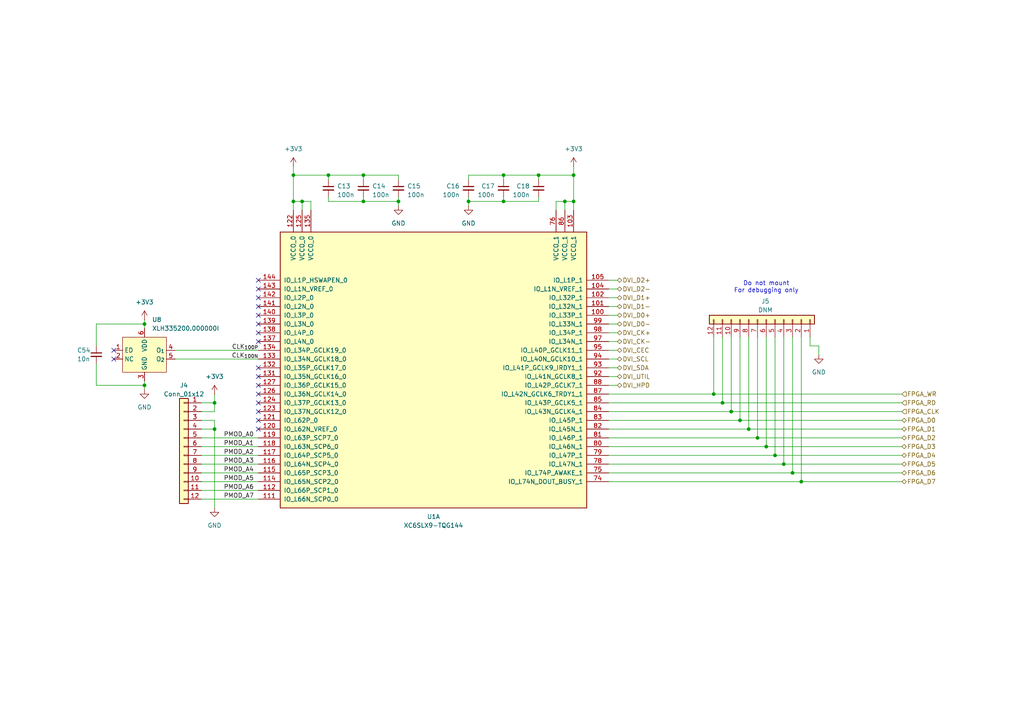
<source format=kicad_sch>
(kicad_sch
	(version 20231120)
	(generator "eeschema")
	(generator_version "8.0")
	(uuid "9635b207-be56-4692-b7be-abdb3712be18")
	(paper "A4")
	(title_block
		(title "FPGA IO Bank A")
		(date "2024-03-11")
		(rev "1")
		(company "https://github.com/Cuprum77")
	)
	(lib_symbols
		(symbol "+3V3_1"
			(power)
			(pin_numbers hide)
			(pin_names
				(offset 0) hide)
			(exclude_from_sim no)
			(in_bom yes)
			(on_board yes)
			(property "Reference" "#PWR"
				(at 0 -3.81 0)
				(effects
					(font
						(size 1.27 1.27)
					)
					(hide yes)
				)
			)
			(property "Value" "+3V3"
				(at 0 3.556 0)
				(effects
					(font
						(size 1.27 1.27)
					)
				)
			)
			(property "Footprint" ""
				(at 0 0 0)
				(effects
					(font
						(size 1.27 1.27)
					)
					(hide yes)
				)
			)
			(property "Datasheet" ""
				(at 0 0 0)
				(effects
					(font
						(size 1.27 1.27)
					)
					(hide yes)
				)
			)
			(property "Description" "Power symbol creates a global label with name \"+3V3\""
				(at 0 0 0)
				(effects
					(font
						(size 1.27 1.27)
					)
					(hide yes)
				)
			)
			(property "ki_keywords" "global power"
				(at 0 0 0)
				(effects
					(font
						(size 1.27 1.27)
					)
					(hide yes)
				)
			)
			(symbol "+3V3_1_0_1"
				(polyline
					(pts
						(xy -0.762 1.27) (xy 0 2.54)
					)
					(stroke
						(width 0)
						(type default)
					)
					(fill
						(type none)
					)
				)
				(polyline
					(pts
						(xy 0 0) (xy 0 2.54)
					)
					(stroke
						(width 0)
						(type default)
					)
					(fill
						(type none)
					)
				)
				(polyline
					(pts
						(xy 0 2.54) (xy 0.762 1.27)
					)
					(stroke
						(width 0)
						(type default)
					)
					(fill
						(type none)
					)
				)
			)
			(symbol "+3V3_1_1_1"
				(pin power_in line
					(at 0 0 90)
					(length 0)
					(name "~"
						(effects
							(font
								(size 1.27 1.27)
							)
						)
					)
					(number "1"
						(effects
							(font
								(size 1.27 1.27)
							)
						)
					)
				)
			)
		)
		(symbol "Connector_Generic:Conn_01x12"
			(pin_names
				(offset 1.016) hide)
			(exclude_from_sim no)
			(in_bom yes)
			(on_board yes)
			(property "Reference" "J"
				(at 0 15.24 0)
				(effects
					(font
						(size 1.27 1.27)
					)
				)
			)
			(property "Value" "Conn_01x12"
				(at 0 -17.78 0)
				(effects
					(font
						(size 1.27 1.27)
					)
				)
			)
			(property "Footprint" ""
				(at 0 0 0)
				(effects
					(font
						(size 1.27 1.27)
					)
					(hide yes)
				)
			)
			(property "Datasheet" "~"
				(at 0 0 0)
				(effects
					(font
						(size 1.27 1.27)
					)
					(hide yes)
				)
			)
			(property "Description" "Generic connector, single row, 01x12, script generated (kicad-library-utils/schlib/autogen/connector/)"
				(at 0 0 0)
				(effects
					(font
						(size 1.27 1.27)
					)
					(hide yes)
				)
			)
			(property "ki_keywords" "connector"
				(at 0 0 0)
				(effects
					(font
						(size 1.27 1.27)
					)
					(hide yes)
				)
			)
			(property "ki_fp_filters" "Connector*:*_1x??_*"
				(at 0 0 0)
				(effects
					(font
						(size 1.27 1.27)
					)
					(hide yes)
				)
			)
			(symbol "Conn_01x12_1_1"
				(rectangle
					(start -1.27 -15.113)
					(end 0 -15.367)
					(stroke
						(width 0.1524)
						(type default)
					)
					(fill
						(type none)
					)
				)
				(rectangle
					(start -1.27 -12.573)
					(end 0 -12.827)
					(stroke
						(width 0.1524)
						(type default)
					)
					(fill
						(type none)
					)
				)
				(rectangle
					(start -1.27 -10.033)
					(end 0 -10.287)
					(stroke
						(width 0.1524)
						(type default)
					)
					(fill
						(type none)
					)
				)
				(rectangle
					(start -1.27 -7.493)
					(end 0 -7.747)
					(stroke
						(width 0.1524)
						(type default)
					)
					(fill
						(type none)
					)
				)
				(rectangle
					(start -1.27 -4.953)
					(end 0 -5.207)
					(stroke
						(width 0.1524)
						(type default)
					)
					(fill
						(type none)
					)
				)
				(rectangle
					(start -1.27 -2.413)
					(end 0 -2.667)
					(stroke
						(width 0.1524)
						(type default)
					)
					(fill
						(type none)
					)
				)
				(rectangle
					(start -1.27 0.127)
					(end 0 -0.127)
					(stroke
						(width 0.1524)
						(type default)
					)
					(fill
						(type none)
					)
				)
				(rectangle
					(start -1.27 2.667)
					(end 0 2.413)
					(stroke
						(width 0.1524)
						(type default)
					)
					(fill
						(type none)
					)
				)
				(rectangle
					(start -1.27 5.207)
					(end 0 4.953)
					(stroke
						(width 0.1524)
						(type default)
					)
					(fill
						(type none)
					)
				)
				(rectangle
					(start -1.27 7.747)
					(end 0 7.493)
					(stroke
						(width 0.1524)
						(type default)
					)
					(fill
						(type none)
					)
				)
				(rectangle
					(start -1.27 10.287)
					(end 0 10.033)
					(stroke
						(width 0.1524)
						(type default)
					)
					(fill
						(type none)
					)
				)
				(rectangle
					(start -1.27 12.827)
					(end 0 12.573)
					(stroke
						(width 0.1524)
						(type default)
					)
					(fill
						(type none)
					)
				)
				(rectangle
					(start -1.27 13.97)
					(end 1.27 -16.51)
					(stroke
						(width 0.254)
						(type default)
					)
					(fill
						(type background)
					)
				)
				(pin passive line
					(at -5.08 12.7 0)
					(length 3.81)
					(name "Pin_1"
						(effects
							(font
								(size 1.27 1.27)
							)
						)
					)
					(number "1"
						(effects
							(font
								(size 1.27 1.27)
							)
						)
					)
				)
				(pin passive line
					(at -5.08 -10.16 0)
					(length 3.81)
					(name "Pin_10"
						(effects
							(font
								(size 1.27 1.27)
							)
						)
					)
					(number "10"
						(effects
							(font
								(size 1.27 1.27)
							)
						)
					)
				)
				(pin passive line
					(at -5.08 -12.7 0)
					(length 3.81)
					(name "Pin_11"
						(effects
							(font
								(size 1.27 1.27)
							)
						)
					)
					(number "11"
						(effects
							(font
								(size 1.27 1.27)
							)
						)
					)
				)
				(pin passive line
					(at -5.08 -15.24 0)
					(length 3.81)
					(name "Pin_12"
						(effects
							(font
								(size 1.27 1.27)
							)
						)
					)
					(number "12"
						(effects
							(font
								(size 1.27 1.27)
							)
						)
					)
				)
				(pin passive line
					(at -5.08 10.16 0)
					(length 3.81)
					(name "Pin_2"
						(effects
							(font
								(size 1.27 1.27)
							)
						)
					)
					(number "2"
						(effects
							(font
								(size 1.27 1.27)
							)
						)
					)
				)
				(pin passive line
					(at -5.08 7.62 0)
					(length 3.81)
					(name "Pin_3"
						(effects
							(font
								(size 1.27 1.27)
							)
						)
					)
					(number "3"
						(effects
							(font
								(size 1.27 1.27)
							)
						)
					)
				)
				(pin passive line
					(at -5.08 5.08 0)
					(length 3.81)
					(name "Pin_4"
						(effects
							(font
								(size 1.27 1.27)
							)
						)
					)
					(number "4"
						(effects
							(font
								(size 1.27 1.27)
							)
						)
					)
				)
				(pin passive line
					(at -5.08 2.54 0)
					(length 3.81)
					(name "Pin_5"
						(effects
							(font
								(size 1.27 1.27)
							)
						)
					)
					(number "5"
						(effects
							(font
								(size 1.27 1.27)
							)
						)
					)
				)
				(pin passive line
					(at -5.08 0 0)
					(length 3.81)
					(name "Pin_6"
						(effects
							(font
								(size 1.27 1.27)
							)
						)
					)
					(number "6"
						(effects
							(font
								(size 1.27 1.27)
							)
						)
					)
				)
				(pin passive line
					(at -5.08 -2.54 0)
					(length 3.81)
					(name "Pin_7"
						(effects
							(font
								(size 1.27 1.27)
							)
						)
					)
					(number "7"
						(effects
							(font
								(size 1.27 1.27)
							)
						)
					)
				)
				(pin passive line
					(at -5.08 -5.08 0)
					(length 3.81)
					(name "Pin_8"
						(effects
							(font
								(size 1.27 1.27)
							)
						)
					)
					(number "8"
						(effects
							(font
								(size 1.27 1.27)
							)
						)
					)
				)
				(pin passive line
					(at -5.08 -7.62 0)
					(length 3.81)
					(name "Pin_9"
						(effects
							(font
								(size 1.27 1.27)
							)
						)
					)
					(number "9"
						(effects
							(font
								(size 1.27 1.27)
							)
						)
					)
				)
			)
		)
		(symbol "Cuprum:XLH335200.000000I"
			(exclude_from_sim no)
			(in_bom yes)
			(on_board yes)
			(property "Reference" "U"
				(at 4.318 6.35 0)
				(effects
					(font
						(size 1.27 1.27)
					)
				)
			)
			(property "Value" "XLH335200.000000I"
				(at 10.414 -6.35 0)
				(effects
					(font
						(size 1.27 1.27)
					)
				)
			)
			(property "Footprint" "KiCAD Library:XLH335200.000000I"
				(at 2.54 -1.27 0)
				(effects
					(font
						(size 1.27 1.27)
					)
					(hide yes)
				)
			)
			(property "Datasheet" ""
				(at 2.54 -1.27 0)
				(effects
					(font
						(size 1.27 1.27)
					)
					(hide yes)
				)
			)
			(property "Description" ""
				(at 2.54 -1.27 0)
				(effects
					(font
						(size 1.27 1.27)
					)
					(hide yes)
				)
			)
			(symbol "XLH335200.000000I_1_1"
				(rectangle
					(start -6.35 5.08)
					(end 6.35 -5.08)
					(stroke
						(width 0)
						(type default)
					)
					(fill
						(type background)
					)
				)
				(pin input line
					(at -8.89 1.27 0)
					(length 2.54)
					(name "ED"
						(effects
							(font
								(size 1.27 1.27)
							)
						)
					)
					(number "1"
						(effects
							(font
								(size 1.27 1.27)
							)
						)
					)
				)
				(pin input line
					(at -8.89 -1.27 0)
					(length 2.54)
					(name "NC"
						(effects
							(font
								(size 1.27 1.27)
							)
						)
					)
					(number "2"
						(effects
							(font
								(size 1.27 1.27)
							)
						)
					)
				)
				(pin input line
					(at 0 -7.62 90)
					(length 2.54)
					(name "GND"
						(effects
							(font
								(size 1.27 1.27)
							)
						)
					)
					(number "3"
						(effects
							(font
								(size 1.27 1.27)
							)
						)
					)
				)
				(pin input line
					(at 8.89 1.27 180)
					(length 2.54)
					(name "O_{1}"
						(effects
							(font
								(size 1.27 1.27)
							)
						)
					)
					(number "4"
						(effects
							(font
								(size 1.27 1.27)
							)
						)
					)
				)
				(pin input line
					(at 8.89 -1.27 180)
					(length 2.54)
					(name "O_{2}"
						(effects
							(font
								(size 1.27 1.27)
							)
						)
					)
					(number "5"
						(effects
							(font
								(size 1.27 1.27)
							)
						)
					)
				)
				(pin input line
					(at 0 7.62 270)
					(length 2.54)
					(name "VDD"
						(effects
							(font
								(size 1.27 1.27)
							)
						)
					)
					(number "6"
						(effects
							(font
								(size 1.27 1.27)
							)
						)
					)
				)
			)
		)
		(symbol "Device:C_Small"
			(pin_numbers hide)
			(pin_names
				(offset 0.254) hide)
			(exclude_from_sim no)
			(in_bom yes)
			(on_board yes)
			(property "Reference" "C"
				(at 0.254 1.778 0)
				(effects
					(font
						(size 1.27 1.27)
					)
					(justify left)
				)
			)
			(property "Value" "C_Small"
				(at 0.254 -2.032 0)
				(effects
					(font
						(size 1.27 1.27)
					)
					(justify left)
				)
			)
			(property "Footprint" ""
				(at 0 0 0)
				(effects
					(font
						(size 1.27 1.27)
					)
					(hide yes)
				)
			)
			(property "Datasheet" "~"
				(at 0 0 0)
				(effects
					(font
						(size 1.27 1.27)
					)
					(hide yes)
				)
			)
			(property "Description" "Unpolarized capacitor, small symbol"
				(at 0 0 0)
				(effects
					(font
						(size 1.27 1.27)
					)
					(hide yes)
				)
			)
			(property "ki_keywords" "capacitor cap"
				(at 0 0 0)
				(effects
					(font
						(size 1.27 1.27)
					)
					(hide yes)
				)
			)
			(property "ki_fp_filters" "C_*"
				(at 0 0 0)
				(effects
					(font
						(size 1.27 1.27)
					)
					(hide yes)
				)
			)
			(symbol "C_Small_0_1"
				(polyline
					(pts
						(xy -1.524 -0.508) (xy 1.524 -0.508)
					)
					(stroke
						(width 0.3302)
						(type default)
					)
					(fill
						(type none)
					)
				)
				(polyline
					(pts
						(xy -1.524 0.508) (xy 1.524 0.508)
					)
					(stroke
						(width 0.3048)
						(type default)
					)
					(fill
						(type none)
					)
				)
			)
			(symbol "C_Small_1_1"
				(pin passive line
					(at 0 2.54 270)
					(length 2.032)
					(name "~"
						(effects
							(font
								(size 1.27 1.27)
							)
						)
					)
					(number "1"
						(effects
							(font
								(size 1.27 1.27)
							)
						)
					)
				)
				(pin passive line
					(at 0 -2.54 90)
					(length 2.032)
					(name "~"
						(effects
							(font
								(size 1.27 1.27)
							)
						)
					)
					(number "2"
						(effects
							(font
								(size 1.27 1.27)
							)
						)
					)
				)
			)
		)
		(symbol "FPGA_Xilinx_Spartan6:XC6SLX9-TQG144"
			(pin_names
				(offset 1.016)
			)
			(exclude_from_sim no)
			(in_bom yes)
			(on_board yes)
			(property "Reference" "U"
				(at 0 1.27 0)
				(effects
					(font
						(size 1.27 1.27)
					)
				)
			)
			(property "Value" "XC6SLX9-TQG144"
				(at 0 -1.27 0)
				(effects
					(font
						(size 1.27 1.27)
					)
				)
			)
			(property "Footprint" ""
				(at 0 0 0)
				(effects
					(font
						(size 1.27 1.27)
					)
					(hide yes)
				)
			)
			(property "Datasheet" ""
				(at 0 0 0)
				(effects
					(font
						(size 1.27 1.27)
					)
				)
			)
			(property "Description" "Spartan 6 LX 9 XC6SLX9-TQG144"
				(at 0 0 0)
				(effects
					(font
						(size 1.27 1.27)
					)
					(hide yes)
				)
			)
			(property "ki_locked" ""
				(at 0 0 0)
				(effects
					(font
						(size 1.27 1.27)
					)
				)
			)
			(property "ki_keywords" "FPGA"
				(at 0 0 0)
				(effects
					(font
						(size 1.27 1.27)
					)
					(hide yes)
				)
			)
			(symbol "XC6SLX9-TQG144_1_1"
				(rectangle
					(start -44.45 36.83)
					(end 44.45 -43.18)
					(stroke
						(width 0.254)
						(type default)
					)
					(fill
						(type background)
					)
				)
				(pin bidirectional line
					(at 50.8 12.7 180)
					(length 6.35)
					(name "IO_L33P_1"
						(effects
							(font
								(size 1.27 1.27)
							)
						)
					)
					(number "100"
						(effects
							(font
								(size 1.27 1.27)
							)
						)
					)
				)
				(pin bidirectional line
					(at 50.8 15.24 180)
					(length 6.35)
					(name "IO_L32N_1"
						(effects
							(font
								(size 1.27 1.27)
							)
						)
					)
					(number "101"
						(effects
							(font
								(size 1.27 1.27)
							)
						)
					)
				)
				(pin bidirectional line
					(at 50.8 17.78 180)
					(length 6.35)
					(name "IO_L32P_1"
						(effects
							(font
								(size 1.27 1.27)
							)
						)
					)
					(number "102"
						(effects
							(font
								(size 1.27 1.27)
							)
						)
					)
				)
				(pin power_in line
					(at 40.64 43.18 270)
					(length 6.35)
					(name "VCCO_1"
						(effects
							(font
								(size 1.27 1.27)
							)
						)
					)
					(number "103"
						(effects
							(font
								(size 1.27 1.27)
							)
						)
					)
				)
				(pin bidirectional line
					(at 50.8 20.32 180)
					(length 6.35)
					(name "IO_L1N_VREF_1"
						(effects
							(font
								(size 1.27 1.27)
							)
						)
					)
					(number "104"
						(effects
							(font
								(size 1.27 1.27)
							)
						)
					)
				)
				(pin bidirectional line
					(at 50.8 22.86 180)
					(length 6.35)
					(name "IO_L1P_1"
						(effects
							(font
								(size 1.27 1.27)
							)
						)
					)
					(number "105"
						(effects
							(font
								(size 1.27 1.27)
							)
						)
					)
				)
				(pin bidirectional line
					(at -50.8 -40.64 0)
					(length 6.35)
					(name "IO_L66N_SCP0_0"
						(effects
							(font
								(size 1.27 1.27)
							)
						)
					)
					(number "111"
						(effects
							(font
								(size 1.27 1.27)
							)
						)
					)
				)
				(pin bidirectional line
					(at -50.8 -38.1 0)
					(length 6.35)
					(name "IO_L66P_SCP1_0"
						(effects
							(font
								(size 1.27 1.27)
							)
						)
					)
					(number "112"
						(effects
							(font
								(size 1.27 1.27)
							)
						)
					)
				)
				(pin bidirectional line
					(at -50.8 -35.56 0)
					(length 6.35)
					(name "IO_L65N_SCP2_0"
						(effects
							(font
								(size 1.27 1.27)
							)
						)
					)
					(number "114"
						(effects
							(font
								(size 1.27 1.27)
							)
						)
					)
				)
				(pin bidirectional line
					(at -50.8 -33.02 0)
					(length 6.35)
					(name "IO_L65P_SCP3_0"
						(effects
							(font
								(size 1.27 1.27)
							)
						)
					)
					(number "115"
						(effects
							(font
								(size 1.27 1.27)
							)
						)
					)
				)
				(pin bidirectional line
					(at -50.8 -30.48 0)
					(length 6.35)
					(name "IO_L64N_SCP4_0"
						(effects
							(font
								(size 1.27 1.27)
							)
						)
					)
					(number "116"
						(effects
							(font
								(size 1.27 1.27)
							)
						)
					)
				)
				(pin bidirectional line
					(at -50.8 -27.94 0)
					(length 6.35)
					(name "IO_L64P_SCP5_0"
						(effects
							(font
								(size 1.27 1.27)
							)
						)
					)
					(number "117"
						(effects
							(font
								(size 1.27 1.27)
							)
						)
					)
				)
				(pin bidirectional line
					(at -50.8 -25.4 0)
					(length 6.35)
					(name "IO_L63N_SCP6_0"
						(effects
							(font
								(size 1.27 1.27)
							)
						)
					)
					(number "118"
						(effects
							(font
								(size 1.27 1.27)
							)
						)
					)
				)
				(pin bidirectional line
					(at -50.8 -22.86 0)
					(length 6.35)
					(name "IO_L63P_SCP7_0"
						(effects
							(font
								(size 1.27 1.27)
							)
						)
					)
					(number "119"
						(effects
							(font
								(size 1.27 1.27)
							)
						)
					)
				)
				(pin bidirectional line
					(at -50.8 -20.32 0)
					(length 6.35)
					(name "IO_L62N_VREF_0"
						(effects
							(font
								(size 1.27 1.27)
							)
						)
					)
					(number "120"
						(effects
							(font
								(size 1.27 1.27)
							)
						)
					)
				)
				(pin bidirectional line
					(at -50.8 -17.78 0)
					(length 6.35)
					(name "IO_L62P_0"
						(effects
							(font
								(size 1.27 1.27)
							)
						)
					)
					(number "121"
						(effects
							(font
								(size 1.27 1.27)
							)
						)
					)
				)
				(pin power_in line
					(at -40.64 43.18 270)
					(length 6.35)
					(name "VCCO_0"
						(effects
							(font
								(size 1.27 1.27)
							)
						)
					)
					(number "122"
						(effects
							(font
								(size 1.27 1.27)
							)
						)
					)
				)
				(pin bidirectional line
					(at -50.8 -15.24 0)
					(length 6.35)
					(name "IO_L37N_GCLK12_0"
						(effects
							(font
								(size 1.27 1.27)
							)
						)
					)
					(number "123"
						(effects
							(font
								(size 1.27 1.27)
							)
						)
					)
				)
				(pin bidirectional line
					(at -50.8 -12.7 0)
					(length 6.35)
					(name "IO_L37P_GCLK13_0"
						(effects
							(font
								(size 1.27 1.27)
							)
						)
					)
					(number "124"
						(effects
							(font
								(size 1.27 1.27)
							)
						)
					)
				)
				(pin power_in line
					(at -38.1 43.18 270)
					(length 6.35)
					(name "VCCO_0"
						(effects
							(font
								(size 1.27 1.27)
							)
						)
					)
					(number "125"
						(effects
							(font
								(size 1.27 1.27)
							)
						)
					)
				)
				(pin bidirectional line
					(at -50.8 -10.16 0)
					(length 6.35)
					(name "IO_L36N_GCLK14_0"
						(effects
							(font
								(size 1.27 1.27)
							)
						)
					)
					(number "126"
						(effects
							(font
								(size 1.27 1.27)
							)
						)
					)
				)
				(pin bidirectional line
					(at -50.8 -7.62 0)
					(length 6.35)
					(name "IO_L36P_GCLK15_0"
						(effects
							(font
								(size 1.27 1.27)
							)
						)
					)
					(number "127"
						(effects
							(font
								(size 1.27 1.27)
							)
						)
					)
				)
				(pin bidirectional line
					(at -50.8 -5.08 0)
					(length 6.35)
					(name "IO_L35N_GCLK16_0"
						(effects
							(font
								(size 1.27 1.27)
							)
						)
					)
					(number "131"
						(effects
							(font
								(size 1.27 1.27)
							)
						)
					)
				)
				(pin bidirectional line
					(at -50.8 -2.54 0)
					(length 6.35)
					(name "IO_L35P_GCLK17_0"
						(effects
							(font
								(size 1.27 1.27)
							)
						)
					)
					(number "132"
						(effects
							(font
								(size 1.27 1.27)
							)
						)
					)
				)
				(pin bidirectional line
					(at -50.8 0 0)
					(length 6.35)
					(name "IO_L34N_GCLK18_0"
						(effects
							(font
								(size 1.27 1.27)
							)
						)
					)
					(number "133"
						(effects
							(font
								(size 1.27 1.27)
							)
						)
					)
				)
				(pin bidirectional line
					(at -50.8 2.54 0)
					(length 6.35)
					(name "IO_L34P_GCLK19_0"
						(effects
							(font
								(size 1.27 1.27)
							)
						)
					)
					(number "134"
						(effects
							(font
								(size 1.27 1.27)
							)
						)
					)
				)
				(pin power_in line
					(at -35.56 43.18 270)
					(length 6.35)
					(name "VCCO_0"
						(effects
							(font
								(size 1.27 1.27)
							)
						)
					)
					(number "135"
						(effects
							(font
								(size 1.27 1.27)
							)
						)
					)
				)
				(pin bidirectional line
					(at -50.8 5.08 0)
					(length 6.35)
					(name "IO_L4N_0"
						(effects
							(font
								(size 1.27 1.27)
							)
						)
					)
					(number "137"
						(effects
							(font
								(size 1.27 1.27)
							)
						)
					)
				)
				(pin bidirectional line
					(at -50.8 7.62 0)
					(length 6.35)
					(name "IO_L4P_0"
						(effects
							(font
								(size 1.27 1.27)
							)
						)
					)
					(number "138"
						(effects
							(font
								(size 1.27 1.27)
							)
						)
					)
				)
				(pin bidirectional line
					(at -50.8 10.16 0)
					(length 6.35)
					(name "IO_L3N_0"
						(effects
							(font
								(size 1.27 1.27)
							)
						)
					)
					(number "139"
						(effects
							(font
								(size 1.27 1.27)
							)
						)
					)
				)
				(pin bidirectional line
					(at -50.8 12.7 0)
					(length 6.35)
					(name "IO_L3P_0"
						(effects
							(font
								(size 1.27 1.27)
							)
						)
					)
					(number "140"
						(effects
							(font
								(size 1.27 1.27)
							)
						)
					)
				)
				(pin bidirectional line
					(at -50.8 15.24 0)
					(length 6.35)
					(name "IO_L2N_0"
						(effects
							(font
								(size 1.27 1.27)
							)
						)
					)
					(number "141"
						(effects
							(font
								(size 1.27 1.27)
							)
						)
					)
				)
				(pin bidirectional line
					(at -50.8 17.78 0)
					(length 6.35)
					(name "IO_L2P_0"
						(effects
							(font
								(size 1.27 1.27)
							)
						)
					)
					(number "142"
						(effects
							(font
								(size 1.27 1.27)
							)
						)
					)
				)
				(pin bidirectional line
					(at -50.8 20.32 0)
					(length 6.35)
					(name "IO_L1N_VREF_0"
						(effects
							(font
								(size 1.27 1.27)
							)
						)
					)
					(number "143"
						(effects
							(font
								(size 1.27 1.27)
							)
						)
					)
				)
				(pin bidirectional line
					(at -50.8 22.86 0)
					(length 6.35)
					(name "IO_L1P_HSWAPEN_0"
						(effects
							(font
								(size 1.27 1.27)
							)
						)
					)
					(number "144"
						(effects
							(font
								(size 1.27 1.27)
							)
						)
					)
				)
				(pin bidirectional line
					(at 50.8 -35.56 180)
					(length 6.35)
					(name "IO_L74N_DOUT_BUSY_1"
						(effects
							(font
								(size 1.27 1.27)
							)
						)
					)
					(number "74"
						(effects
							(font
								(size 1.27 1.27)
							)
						)
					)
				)
				(pin bidirectional line
					(at 50.8 -33.02 180)
					(length 6.35)
					(name "IO_L74P_AWAKE_1"
						(effects
							(font
								(size 1.27 1.27)
							)
						)
					)
					(number "75"
						(effects
							(font
								(size 1.27 1.27)
							)
						)
					)
				)
				(pin power_in line
					(at 35.56 43.18 270)
					(length 6.35)
					(name "VCCO_1"
						(effects
							(font
								(size 1.27 1.27)
							)
						)
					)
					(number "76"
						(effects
							(font
								(size 1.27 1.27)
							)
						)
					)
				)
				(pin bidirectional line
					(at 50.8 -30.48 180)
					(length 6.35)
					(name "IO_L47N_1"
						(effects
							(font
								(size 1.27 1.27)
							)
						)
					)
					(number "78"
						(effects
							(font
								(size 1.27 1.27)
							)
						)
					)
				)
				(pin bidirectional line
					(at 50.8 -27.94 180)
					(length 6.35)
					(name "IO_L47P_1"
						(effects
							(font
								(size 1.27 1.27)
							)
						)
					)
					(number "79"
						(effects
							(font
								(size 1.27 1.27)
							)
						)
					)
				)
				(pin bidirectional line
					(at 50.8 -25.4 180)
					(length 6.35)
					(name "IO_L46N_1"
						(effects
							(font
								(size 1.27 1.27)
							)
						)
					)
					(number "80"
						(effects
							(font
								(size 1.27 1.27)
							)
						)
					)
				)
				(pin bidirectional line
					(at 50.8 -22.86 180)
					(length 6.35)
					(name "IO_L46P_1"
						(effects
							(font
								(size 1.27 1.27)
							)
						)
					)
					(number "81"
						(effects
							(font
								(size 1.27 1.27)
							)
						)
					)
				)
				(pin bidirectional line
					(at 50.8 -20.32 180)
					(length 6.35)
					(name "IO_L45N_1"
						(effects
							(font
								(size 1.27 1.27)
							)
						)
					)
					(number "82"
						(effects
							(font
								(size 1.27 1.27)
							)
						)
					)
				)
				(pin bidirectional line
					(at 50.8 -17.78 180)
					(length 6.35)
					(name "IO_L45P_1"
						(effects
							(font
								(size 1.27 1.27)
							)
						)
					)
					(number "83"
						(effects
							(font
								(size 1.27 1.27)
							)
						)
					)
				)
				(pin bidirectional line
					(at 50.8 -15.24 180)
					(length 6.35)
					(name "IO_L43N_GCLK4_1"
						(effects
							(font
								(size 1.27 1.27)
							)
						)
					)
					(number "84"
						(effects
							(font
								(size 1.27 1.27)
							)
						)
					)
				)
				(pin bidirectional line
					(at 50.8 -12.7 180)
					(length 6.35)
					(name "IO_L43P_GCLK5_1"
						(effects
							(font
								(size 1.27 1.27)
							)
						)
					)
					(number "85"
						(effects
							(font
								(size 1.27 1.27)
							)
						)
					)
				)
				(pin power_in line
					(at 38.1 43.18 270)
					(length 6.35)
					(name "VCCO_1"
						(effects
							(font
								(size 1.27 1.27)
							)
						)
					)
					(number "86"
						(effects
							(font
								(size 1.27 1.27)
							)
						)
					)
				)
				(pin bidirectional line
					(at 50.8 -10.16 180)
					(length 6.35)
					(name "IO_L42N_GCLK6_TRDY1_1"
						(effects
							(font
								(size 1.27 1.27)
							)
						)
					)
					(number "87"
						(effects
							(font
								(size 1.27 1.27)
							)
						)
					)
				)
				(pin bidirectional line
					(at 50.8 -7.62 180)
					(length 6.35)
					(name "IO_L42P_GCLK7_1"
						(effects
							(font
								(size 1.27 1.27)
							)
						)
					)
					(number "88"
						(effects
							(font
								(size 1.27 1.27)
							)
						)
					)
				)
				(pin bidirectional line
					(at 50.8 -5.08 180)
					(length 6.35)
					(name "IO_L41N_GCLK8_1"
						(effects
							(font
								(size 1.27 1.27)
							)
						)
					)
					(number "92"
						(effects
							(font
								(size 1.27 1.27)
							)
						)
					)
				)
				(pin bidirectional line
					(at 50.8 -2.54 180)
					(length 6.35)
					(name "IO_L41P_GCLK9_IRDY1_1"
						(effects
							(font
								(size 1.27 1.27)
							)
						)
					)
					(number "93"
						(effects
							(font
								(size 1.27 1.27)
							)
						)
					)
				)
				(pin bidirectional line
					(at 50.8 0 180)
					(length 6.35)
					(name "IO_L40N_GCLK10_1"
						(effects
							(font
								(size 1.27 1.27)
							)
						)
					)
					(number "94"
						(effects
							(font
								(size 1.27 1.27)
							)
						)
					)
				)
				(pin bidirectional line
					(at 50.8 2.54 180)
					(length 6.35)
					(name "IO_L40P_GCLK11_1"
						(effects
							(font
								(size 1.27 1.27)
							)
						)
					)
					(number "95"
						(effects
							(font
								(size 1.27 1.27)
							)
						)
					)
				)
				(pin bidirectional line
					(at 50.8 5.08 180)
					(length 6.35)
					(name "IO_L34N_1"
						(effects
							(font
								(size 1.27 1.27)
							)
						)
					)
					(number "97"
						(effects
							(font
								(size 1.27 1.27)
							)
						)
					)
				)
				(pin bidirectional line
					(at 50.8 7.62 180)
					(length 6.35)
					(name "IO_L34P_1"
						(effects
							(font
								(size 1.27 1.27)
							)
						)
					)
					(number "98"
						(effects
							(font
								(size 1.27 1.27)
							)
						)
					)
				)
				(pin bidirectional line
					(at 50.8 10.16 180)
					(length 6.35)
					(name "IO_L33N_1"
						(effects
							(font
								(size 1.27 1.27)
							)
						)
					)
					(number "99"
						(effects
							(font
								(size 1.27 1.27)
							)
						)
					)
				)
			)
			(symbol "XC6SLX9-TQG144_2_1"
				(rectangle
					(start -44.45 36.83)
					(end 44.45 -43.18)
					(stroke
						(width 0.254)
						(type default)
					)
					(fill
						(type background)
					)
				)
				(pin bidirectional line
					(at 50.8 -40.64 180)
					(length 6.35)
					(name "IO_L83N_VREF_3"
						(effects
							(font
								(size 1.27 1.27)
							)
						)
					)
					(number "1"
						(effects
							(font
								(size 1.27 1.27)
							)
						)
					)
				)
				(pin bidirectional line
					(at 50.8 -22.86 180)
					(length 6.35)
					(name "IO_L50P_3"
						(effects
							(font
								(size 1.27 1.27)
							)
						)
					)
					(number "10"
						(effects
							(font
								(size 1.27 1.27)
							)
						)
					)
				)
				(pin bidirectional line
					(at 50.8 -20.32 180)
					(length 6.35)
					(name "IO_L49N_3"
						(effects
							(font
								(size 1.27 1.27)
							)
						)
					)
					(number "11"
						(effects
							(font
								(size 1.27 1.27)
							)
						)
					)
				)
				(pin bidirectional line
					(at 50.8 -17.78 180)
					(length 6.35)
					(name "IO_L49P_3"
						(effects
							(font
								(size 1.27 1.27)
							)
						)
					)
					(number "12"
						(effects
							(font
								(size 1.27 1.27)
							)
						)
					)
				)
				(pin bidirectional line
					(at 50.8 -15.24 180)
					(length 6.35)
					(name "IO_L44N_GCLK20_3"
						(effects
							(font
								(size 1.27 1.27)
							)
						)
					)
					(number "14"
						(effects
							(font
								(size 1.27 1.27)
							)
						)
					)
				)
				(pin bidirectional line
					(at 50.8 -12.7 180)
					(length 6.35)
					(name "IO_L44P_GCLK21_3"
						(effects
							(font
								(size 1.27 1.27)
							)
						)
					)
					(number "15"
						(effects
							(font
								(size 1.27 1.27)
							)
						)
					)
				)
				(pin bidirectional line
					(at 50.8 -10.16 180)
					(length 6.35)
					(name "IO_L43N_GCLK22_IRDY2_3"
						(effects
							(font
								(size 1.27 1.27)
							)
						)
					)
					(number "16"
						(effects
							(font
								(size 1.27 1.27)
							)
						)
					)
				)
				(pin bidirectional line
					(at 50.8 -7.62 180)
					(length 6.35)
					(name "IO_L43P_GCLK23_3"
						(effects
							(font
								(size 1.27 1.27)
							)
						)
					)
					(number "17"
						(effects
							(font
								(size 1.27 1.27)
							)
						)
					)
				)
				(pin power_in line
					(at 38.1 43.18 270)
					(length 6.35)
					(name "VCCO_3"
						(effects
							(font
								(size 1.27 1.27)
							)
						)
					)
					(number "18"
						(effects
							(font
								(size 1.27 1.27)
							)
						)
					)
				)
				(pin bidirectional line
					(at 50.8 -38.1 180)
					(length 6.35)
					(name "IO_L83P_3"
						(effects
							(font
								(size 1.27 1.27)
							)
						)
					)
					(number "2"
						(effects
							(font
								(size 1.27 1.27)
							)
						)
					)
				)
				(pin bidirectional line
					(at 50.8 -5.08 180)
					(length 6.35)
					(name "IO_L42N_GCLK24_3"
						(effects
							(font
								(size 1.27 1.27)
							)
						)
					)
					(number "21"
						(effects
							(font
								(size 1.27 1.27)
							)
						)
					)
				)
				(pin bidirectional line
					(at 50.8 -2.54 180)
					(length 6.35)
					(name "IO_L42P_GCLK25_TRDY2_3"
						(effects
							(font
								(size 1.27 1.27)
							)
						)
					)
					(number "22"
						(effects
							(font
								(size 1.27 1.27)
							)
						)
					)
				)
				(pin bidirectional line
					(at 50.8 0 180)
					(length 6.35)
					(name "IO_L41N_GCLK26_3"
						(effects
							(font
								(size 1.27 1.27)
							)
						)
					)
					(number "23"
						(effects
							(font
								(size 1.27 1.27)
							)
						)
					)
				)
				(pin bidirectional line
					(at 50.8 2.54 180)
					(length 6.35)
					(name "IO_L41P_GCLK27_3"
						(effects
							(font
								(size 1.27 1.27)
							)
						)
					)
					(number "24"
						(effects
							(font
								(size 1.27 1.27)
							)
						)
					)
				)
				(pin bidirectional line
					(at 50.8 5.08 180)
					(length 6.35)
					(name "IO_L37N_3"
						(effects
							(font
								(size 1.27 1.27)
							)
						)
					)
					(number "26"
						(effects
							(font
								(size 1.27 1.27)
							)
						)
					)
				)
				(pin bidirectional line
					(at 50.8 7.62 180)
					(length 6.35)
					(name "IO_L37P_3"
						(effects
							(font
								(size 1.27 1.27)
							)
						)
					)
					(number "27"
						(effects
							(font
								(size 1.27 1.27)
							)
						)
					)
				)
				(pin bidirectional line
					(at 50.8 10.16 180)
					(length 6.35)
					(name "IO_L36N_3"
						(effects
							(font
								(size 1.27 1.27)
							)
						)
					)
					(number "29"
						(effects
							(font
								(size 1.27 1.27)
							)
						)
					)
				)
				(pin bidirectional line
					(at 50.8 12.7 180)
					(length 6.35)
					(name "IO_L36P_3"
						(effects
							(font
								(size 1.27 1.27)
							)
						)
					)
					(number "30"
						(effects
							(font
								(size 1.27 1.27)
							)
						)
					)
				)
				(pin power_in line
					(at 40.64 43.18 270)
					(length 6.35)
					(name "VCCO_3"
						(effects
							(font
								(size 1.27 1.27)
							)
						)
					)
					(number "31"
						(effects
							(font
								(size 1.27 1.27)
							)
						)
					)
				)
				(pin bidirectional line
					(at 50.8 15.24 180)
					(length 6.35)
					(name "IO_L2N_3"
						(effects
							(font
								(size 1.27 1.27)
							)
						)
					)
					(number "32"
						(effects
							(font
								(size 1.27 1.27)
							)
						)
					)
				)
				(pin bidirectional line
					(at 50.8 17.78 180)
					(length 6.35)
					(name "IO_L2P_3"
						(effects
							(font
								(size 1.27 1.27)
							)
						)
					)
					(number "33"
						(effects
							(font
								(size 1.27 1.27)
							)
						)
					)
				)
				(pin bidirectional line
					(at 50.8 20.32 180)
					(length 6.35)
					(name "IO_L1N_VREF_3"
						(effects
							(font
								(size 1.27 1.27)
							)
						)
					)
					(number "34"
						(effects
							(font
								(size 1.27 1.27)
							)
						)
					)
				)
				(pin bidirectional line
					(at 50.8 22.86 180)
					(length 6.35)
					(name "IO_L1P_3"
						(effects
							(font
								(size 1.27 1.27)
							)
						)
					)
					(number "35"
						(effects
							(font
								(size 1.27 1.27)
							)
						)
					)
				)
				(pin bidirectional line
					(at -50.8 -40.64 0)
					(length 6.35)
					(name "IO_L65N_CSO_B_2"
						(effects
							(font
								(size 1.27 1.27)
							)
						)
					)
					(number "38"
						(effects
							(font
								(size 1.27 1.27)
							)
						)
					)
				)
				(pin bidirectional line
					(at -50.8 -38.1 0)
					(length 6.35)
					(name "IO_L65P_INIT_B_2"
						(effects
							(font
								(size 1.27 1.27)
							)
						)
					)
					(number "39"
						(effects
							(font
								(size 1.27 1.27)
							)
						)
					)
				)
				(pin power_in line
					(at 35.56 43.18 270)
					(length 6.35)
					(name "VCCO_3"
						(effects
							(font
								(size 1.27 1.27)
							)
						)
					)
					(number "4"
						(effects
							(font
								(size 1.27 1.27)
							)
						)
					)
				)
				(pin bidirectional line
					(at -50.8 -35.56 0)
					(length 6.35)
					(name "IO_L64N_D9_2"
						(effects
							(font
								(size 1.27 1.27)
							)
						)
					)
					(number "40"
						(effects
							(font
								(size 1.27 1.27)
							)
						)
					)
				)
				(pin bidirectional line
					(at -50.8 -33.02 0)
					(length 6.35)
					(name "IO_L64P_D8_2"
						(effects
							(font
								(size 1.27 1.27)
							)
						)
					)
					(number "41"
						(effects
							(font
								(size 1.27 1.27)
							)
						)
					)
				)
				(pin power_in line
					(at -40.64 43.18 270)
					(length 6.35)
					(name "VCCO_2"
						(effects
							(font
								(size 1.27 1.27)
							)
						)
					)
					(number "42"
						(effects
							(font
								(size 1.27 1.27)
							)
						)
					)
				)
				(pin bidirectional line
					(at -50.8 -30.48 0)
					(length 6.35)
					(name "IO_L62N_D6_2"
						(effects
							(font
								(size 1.27 1.27)
							)
						)
					)
					(number "43"
						(effects
							(font
								(size 1.27 1.27)
							)
						)
					)
				)
				(pin bidirectional line
					(at -50.8 -27.94 0)
					(length 6.35)
					(name "IO_L62P_D5_2"
						(effects
							(font
								(size 1.27 1.27)
							)
						)
					)
					(number "44"
						(effects
							(font
								(size 1.27 1.27)
							)
						)
					)
				)
				(pin bidirectional line
					(at -50.8 -25.4 0)
					(length 6.35)
					(name "IO_L49N_D4_2"
						(effects
							(font
								(size 1.27 1.27)
							)
						)
					)
					(number "45"
						(effects
							(font
								(size 1.27 1.27)
							)
						)
					)
				)
				(pin bidirectional line
					(at -50.8 -22.86 0)
					(length 6.35)
					(name "IO_L49P_D3_2"
						(effects
							(font
								(size 1.27 1.27)
							)
						)
					)
					(number "46"
						(effects
							(font
								(size 1.27 1.27)
							)
						)
					)
				)
				(pin bidirectional line
					(at -50.8 -20.32 0)
					(length 6.35)
					(name "IO_L48N_RDWR_B_VREF_2"
						(effects
							(font
								(size 1.27 1.27)
							)
						)
					)
					(number "47"
						(effects
							(font
								(size 1.27 1.27)
							)
						)
					)
				)
				(pin bidirectional line
					(at -50.8 -17.78 0)
					(length 6.35)
					(name "IO_L48P_D7_2"
						(effects
							(font
								(size 1.27 1.27)
							)
						)
					)
					(number "48"
						(effects
							(font
								(size 1.27 1.27)
							)
						)
					)
				)
				(pin bidirectional line
					(at 50.8 -35.56 180)
					(length 6.35)
					(name "IO_L52N_3"
						(effects
							(font
								(size 1.27 1.27)
							)
						)
					)
					(number "5"
						(effects
							(font
								(size 1.27 1.27)
							)
						)
					)
				)
				(pin bidirectional line
					(at -50.8 -15.24 0)
					(length 6.35)
					(name "IO_L31N_GCLK30_D15_2"
						(effects
							(font
								(size 1.27 1.27)
							)
						)
					)
					(number "50"
						(effects
							(font
								(size 1.27 1.27)
							)
						)
					)
				)
				(pin bidirectional line
					(at -50.8 -12.7 0)
					(length 6.35)
					(name "IO_L31P_GCLK31_D14_2"
						(effects
							(font
								(size 1.27 1.27)
							)
						)
					)
					(number "51"
						(effects
							(font
								(size 1.27 1.27)
							)
						)
					)
				)
				(pin bidirectional line
					(at -50.8 -10.16 0)
					(length 6.35)
					(name "IO_L30N_GCLK0_USERCCLK_2"
						(effects
							(font
								(size 1.27 1.27)
							)
						)
					)
					(number "55"
						(effects
							(font
								(size 1.27 1.27)
							)
						)
					)
				)
				(pin bidirectional line
					(at -50.8 -7.62 0)
					(length 6.35)
					(name "IO_L30P_GCLK1_D13_2"
						(effects
							(font
								(size 1.27 1.27)
							)
						)
					)
					(number "56"
						(effects
							(font
								(size 1.27 1.27)
							)
						)
					)
				)
				(pin bidirectional line
					(at -50.8 -5.08 0)
					(length 6.35)
					(name "IO_L14N_D12_2"
						(effects
							(font
								(size 1.27 1.27)
							)
						)
					)
					(number "57"
						(effects
							(font
								(size 1.27 1.27)
							)
						)
					)
				)
				(pin bidirectional line
					(at -50.8 -2.54 0)
					(length 6.35)
					(name "IO_L14P_D11_2"
						(effects
							(font
								(size 1.27 1.27)
							)
						)
					)
					(number "58"
						(effects
							(font
								(size 1.27 1.27)
							)
						)
					)
				)
				(pin bidirectional line
					(at -50.8 0 0)
					(length 6.35)
					(name "IO_L13N_D10_2"
						(effects
							(font
								(size 1.27 1.27)
							)
						)
					)
					(number "59"
						(effects
							(font
								(size 1.27 1.27)
							)
						)
					)
				)
				(pin bidirectional line
					(at 50.8 -33.02 180)
					(length 6.35)
					(name "IO_L52P_3"
						(effects
							(font
								(size 1.27 1.27)
							)
						)
					)
					(number "6"
						(effects
							(font
								(size 1.27 1.27)
							)
						)
					)
				)
				(pin bidirectional line
					(at -50.8 2.54 0)
					(length 6.35)
					(name "IO_L13P_M1_2"
						(effects
							(font
								(size 1.27 1.27)
							)
						)
					)
					(number "60"
						(effects
							(font
								(size 1.27 1.27)
							)
						)
					)
				)
				(pin bidirectional line
					(at -50.8 5.08 0)
					(length 6.35)
					(name "IO_L12N_D2_MISO3_2"
						(effects
							(font
								(size 1.27 1.27)
							)
						)
					)
					(number "61"
						(effects
							(font
								(size 1.27 1.27)
							)
						)
					)
				)
				(pin bidirectional line
					(at -50.8 7.62 0)
					(length 6.35)
					(name "IO_L12P_D1_MISO2_2"
						(effects
							(font
								(size 1.27 1.27)
							)
						)
					)
					(number "62"
						(effects
							(font
								(size 1.27 1.27)
							)
						)
					)
				)
				(pin power_in line
					(at -38.1 43.18 270)
					(length 6.35)
					(name "VCCO_2"
						(effects
							(font
								(size 1.27 1.27)
							)
						)
					)
					(number "63"
						(effects
							(font
								(size 1.27 1.27)
							)
						)
					)
				)
				(pin bidirectional line
					(at -50.8 10.16 0)
					(length 6.35)
					(name "IO_L3N_MOSI_CSI_B_MISO0_2"
						(effects
							(font
								(size 1.27 1.27)
							)
						)
					)
					(number "64"
						(effects
							(font
								(size 1.27 1.27)
							)
						)
					)
				)
				(pin bidirectional line
					(at -50.8 12.7 0)
					(length 6.35)
					(name "IO_L3P_D0_DIN_MISO_MISO1_2"
						(effects
							(font
								(size 1.27 1.27)
							)
						)
					)
					(number "65"
						(effects
							(font
								(size 1.27 1.27)
							)
						)
					)
				)
				(pin bidirectional line
					(at -50.8 15.24 0)
					(length 6.35)
					(name "IO_L2N_CMPMOSI_2"
						(effects
							(font
								(size 1.27 1.27)
							)
						)
					)
					(number "66"
						(effects
							(font
								(size 1.27 1.27)
							)
						)
					)
				)
				(pin bidirectional line
					(at -50.8 17.78 0)
					(length 6.35)
					(name "IO_L2P_CMPCLK_2"
						(effects
							(font
								(size 1.27 1.27)
							)
						)
					)
					(number "67"
						(effects
							(font
								(size 1.27 1.27)
							)
						)
					)
				)
				(pin bidirectional line
					(at -50.8 20.32 0)
					(length 6.35)
					(name "IO_L1N_M0_CMPMISO_2"
						(effects
							(font
								(size 1.27 1.27)
							)
						)
					)
					(number "69"
						(effects
							(font
								(size 1.27 1.27)
							)
						)
					)
				)
				(pin bidirectional line
					(at 50.8 -30.48 180)
					(length 6.35)
					(name "IO_L51N_3"
						(effects
							(font
								(size 1.27 1.27)
							)
						)
					)
					(number "7"
						(effects
							(font
								(size 1.27 1.27)
							)
						)
					)
				)
				(pin bidirectional line
					(at -50.8 22.86 0)
					(length 6.35)
					(name "IO_L1P_CCLK_2"
						(effects
							(font
								(size 1.27 1.27)
							)
						)
					)
					(number "70"
						(effects
							(font
								(size 1.27 1.27)
							)
						)
					)
				)
				(pin bidirectional line
					(at 50.8 -27.94 180)
					(length 6.35)
					(name "IO_L51P_3"
						(effects
							(font
								(size 1.27 1.27)
							)
						)
					)
					(number "8"
						(effects
							(font
								(size 1.27 1.27)
							)
						)
					)
				)
				(pin bidirectional line
					(at 50.8 -25.4 180)
					(length 6.35)
					(name "IO_L50N_3"
						(effects
							(font
								(size 1.27 1.27)
							)
						)
					)
					(number "9"
						(effects
							(font
								(size 1.27 1.27)
							)
						)
					)
				)
			)
			(symbol "XC6SLX9-TQG144_3_1"
				(rectangle
					(start -31.75 15.24)
					(end 31.75 -15.24)
					(stroke
						(width 0.254)
						(type default)
					)
					(fill
						(type background)
					)
				)
				(pin bidirectional line
					(at 38.1 10.16 180)
					(length 6.35)
					(name "TDO"
						(effects
							(font
								(size 1.27 1.27)
							)
						)
					)
					(number "106"
						(effects
							(font
								(size 1.27 1.27)
							)
						)
					)
				)
				(pin bidirectional line
					(at 38.1 7.62 180)
					(length 6.35)
					(name "TMS"
						(effects
							(font
								(size 1.27 1.27)
							)
						)
					)
					(number "107"
						(effects
							(font
								(size 1.27 1.27)
							)
						)
					)
				)
				(pin bidirectional line
					(at 38.1 5.08 180)
					(length 6.35)
					(name "TCK"
						(effects
							(font
								(size 1.27 1.27)
							)
						)
					)
					(number "109"
						(effects
							(font
								(size 1.27 1.27)
							)
						)
					)
				)
				(pin bidirectional line
					(at 38.1 12.7 180)
					(length 6.35)
					(name "TDI"
						(effects
							(font
								(size 1.27 1.27)
							)
						)
					)
					(number "110"
						(effects
							(font
								(size 1.27 1.27)
							)
						)
					)
				)
				(pin bidirectional line
					(at 38.1 -2.54 180)
					(length 6.35)
					(name "PROGRAM_B_2"
						(effects
							(font
								(size 1.27 1.27)
							)
						)
					)
					(number "37"
						(effects
							(font
								(size 1.27 1.27)
							)
						)
					)
				)
				(pin bidirectional line
					(at 38.1 0 180)
					(length 6.35)
					(name "DONE_2"
						(effects
							(font
								(size 1.27 1.27)
							)
						)
					)
					(number "71"
						(effects
							(font
								(size 1.27 1.27)
							)
						)
					)
				)
				(pin bidirectional line
					(at 38.1 -12.7 180)
					(length 6.35)
					(name "CMPCS_B_2"
						(effects
							(font
								(size 1.27 1.27)
							)
						)
					)
					(number "72"
						(effects
							(font
								(size 1.27 1.27)
							)
						)
					)
				)
				(pin bidirectional line
					(at 38.1 -7.62 180)
					(length 6.35)
					(name "SUSPEND"
						(effects
							(font
								(size 1.27 1.27)
							)
						)
					)
					(number "73"
						(effects
							(font
								(size 1.27 1.27)
							)
						)
					)
				)
			)
			(symbol "XC6SLX9-TQG144_4_1"
				(rectangle
					(start -19.05 17.78)
					(end 19.05 -17.78)
					(stroke
						(width 0.254)
						(type default)
					)
					(fill
						(type background)
					)
				)
				(pin power_in line
					(at 25.4 -7.62 180)
					(length 6.35)
					(name "GND"
						(effects
							(font
								(size 1.27 1.27)
							)
						)
					)
					(number "108"
						(effects
							(font
								(size 1.27 1.27)
							)
						)
					)
				)
				(pin power_in line
					(at 25.4 -10.16 180)
					(length 6.35)
					(name "GND"
						(effects
							(font
								(size 1.27 1.27)
							)
						)
					)
					(number "113"
						(effects
							(font
								(size 1.27 1.27)
							)
						)
					)
				)
				(pin power_in line
					(at 25.4 5.08 180)
					(length 6.35)
					(name "VCCINT"
						(effects
							(font
								(size 1.27 1.27)
							)
						)
					)
					(number "128"
						(effects
							(font
								(size 1.27 1.27)
							)
						)
					)
				)
				(pin power_in line
					(at -25.4 5.08 0)
					(length 6.35)
					(name "VCCAUX"
						(effects
							(font
								(size 1.27 1.27)
							)
						)
					)
					(number "129"
						(effects
							(font
								(size 1.27 1.27)
							)
						)
					)
				)
				(pin power_in line
					(at -25.4 -2.54 0)
					(length 6.35)
					(name "GND"
						(effects
							(font
								(size 1.27 1.27)
							)
						)
					)
					(number "13"
						(effects
							(font
								(size 1.27 1.27)
							)
						)
					)
				)
				(pin power_in line
					(at 25.4 -12.7 180)
					(length 6.35)
					(name "GND"
						(effects
							(font
								(size 1.27 1.27)
							)
						)
					)
					(number "130"
						(effects
							(font
								(size 1.27 1.27)
							)
						)
					)
				)
				(pin power_in line
					(at 25.4 -15.24 180)
					(length 6.35)
					(name "GND"
						(effects
							(font
								(size 1.27 1.27)
							)
						)
					)
					(number "136"
						(effects
							(font
								(size 1.27 1.27)
							)
						)
					)
				)
				(pin power_in line
					(at 25.4 15.24 180)
					(length 6.35)
					(name "VCCINT"
						(effects
							(font
								(size 1.27 1.27)
							)
						)
					)
					(number "19"
						(effects
							(font
								(size 1.27 1.27)
							)
						)
					)
				)
				(pin power_in line
					(at -25.4 15.24 0)
					(length 6.35)
					(name "VCCAUX"
						(effects
							(font
								(size 1.27 1.27)
							)
						)
					)
					(number "20"
						(effects
							(font
								(size 1.27 1.27)
							)
						)
					)
				)
				(pin power_in line
					(at -25.4 -5.08 0)
					(length 6.35)
					(name "GND"
						(effects
							(font
								(size 1.27 1.27)
							)
						)
					)
					(number "25"
						(effects
							(font
								(size 1.27 1.27)
							)
						)
					)
				)
				(pin power_in line
					(at 25.4 12.7 180)
					(length 6.35)
					(name "VCCINT"
						(effects
							(font
								(size 1.27 1.27)
							)
						)
					)
					(number "28"
						(effects
							(font
								(size 1.27 1.27)
							)
						)
					)
				)
				(pin power_in line
					(at -25.4 0 0)
					(length 6.35)
					(name "GND"
						(effects
							(font
								(size 1.27 1.27)
							)
						)
					)
					(number "3"
						(effects
							(font
								(size 1.27 1.27)
							)
						)
					)
				)
				(pin power_in line
					(at -25.4 12.7 0)
					(length 6.35)
					(name "VCCAUX"
						(effects
							(font
								(size 1.27 1.27)
							)
						)
					)
					(number "36"
						(effects
							(font
								(size 1.27 1.27)
							)
						)
					)
				)
				(pin power_in line
					(at -25.4 -7.62 0)
					(length 6.35)
					(name "GND"
						(effects
							(font
								(size 1.27 1.27)
							)
						)
					)
					(number "49"
						(effects
							(font
								(size 1.27 1.27)
							)
						)
					)
				)
				(pin power_in line
					(at 25.4 10.16 180)
					(length 6.35)
					(name "VCCINT"
						(effects
							(font
								(size 1.27 1.27)
							)
						)
					)
					(number "52"
						(effects
							(font
								(size 1.27 1.27)
							)
						)
					)
				)
				(pin power_in line
					(at -25.4 10.16 0)
					(length 6.35)
					(name "VCCAUX"
						(effects
							(font
								(size 1.27 1.27)
							)
						)
					)
					(number "53"
						(effects
							(font
								(size 1.27 1.27)
							)
						)
					)
				)
				(pin power_in line
					(at -25.4 -10.16 0)
					(length 6.35)
					(name "GND"
						(effects
							(font
								(size 1.27 1.27)
							)
						)
					)
					(number "54"
						(effects
							(font
								(size 1.27 1.27)
							)
						)
					)
				)
				(pin power_in line
					(at -25.4 -12.7 0)
					(length 6.35)
					(name "GND"
						(effects
							(font
								(size 1.27 1.27)
							)
						)
					)
					(number "68"
						(effects
							(font
								(size 1.27 1.27)
							)
						)
					)
				)
				(pin power_in line
					(at -25.4 -15.24 0)
					(length 6.35)
					(name "GND"
						(effects
							(font
								(size 1.27 1.27)
							)
						)
					)
					(number "77"
						(effects
							(font
								(size 1.27 1.27)
							)
						)
					)
				)
				(pin power_in line
					(at 25.4 7.62 180)
					(length 6.35)
					(name "VCCINT"
						(effects
							(font
								(size 1.27 1.27)
							)
						)
					)
					(number "89"
						(effects
							(font
								(size 1.27 1.27)
							)
						)
					)
				)
				(pin power_in line
					(at -25.4 7.62 0)
					(length 6.35)
					(name "VCCAUX"
						(effects
							(font
								(size 1.27 1.27)
							)
						)
					)
					(number "90"
						(effects
							(font
								(size 1.27 1.27)
							)
						)
					)
				)
				(pin power_in line
					(at 25.4 -2.54 180)
					(length 6.35)
					(name "GND"
						(effects
							(font
								(size 1.27 1.27)
							)
						)
					)
					(number "91"
						(effects
							(font
								(size 1.27 1.27)
							)
						)
					)
				)
				(pin power_in line
					(at 25.4 -5.08 180)
					(length 6.35)
					(name "GND"
						(effects
							(font
								(size 1.27 1.27)
							)
						)
					)
					(number "96"
						(effects
							(font
								(size 1.27 1.27)
							)
						)
					)
				)
			)
		)
		(symbol "PCM_4ms_Power-symbol:GND"
			(power)
			(pin_names
				(offset 0)
			)
			(exclude_from_sim no)
			(in_bom yes)
			(on_board yes)
			(property "Reference" "#PWR"
				(at 0 -6.35 0)
				(effects
					(font
						(size 1.27 1.27)
					)
					(hide yes)
				)
			)
			(property "Value" "GND"
				(at 0 -3.81 0)
				(effects
					(font
						(size 1.27 1.27)
					)
				)
			)
			(property "Footprint" ""
				(at 0 0 0)
				(effects
					(font
						(size 1.27 1.27)
					)
					(hide yes)
				)
			)
			(property "Datasheet" ""
				(at 0 0 0)
				(effects
					(font
						(size 1.27 1.27)
					)
					(hide yes)
				)
			)
			(property "Description" ""
				(at 0 0 0)
				(effects
					(font
						(size 1.27 1.27)
					)
					(hide yes)
				)
			)
			(symbol "GND_0_1"
				(polyline
					(pts
						(xy 0 0) (xy 0 -1.27) (xy 1.27 -1.27) (xy 0 -2.54) (xy -1.27 -1.27) (xy 0 -1.27)
					)
					(stroke
						(width 0)
						(type default)
					)
					(fill
						(type none)
					)
				)
			)
			(symbol "GND_1_1"
				(pin power_in line
					(at 0 0 270)
					(length 0) hide
					(name "GND"
						(effects
							(font
								(size 1.27 1.27)
							)
						)
					)
					(number "1"
						(effects
							(font
								(size 1.27 1.27)
							)
						)
					)
				)
			)
		)
	)
	(junction
		(at 224.79 132.08)
		(diameter 0)
		(color 0 0 0 0)
		(uuid "0364fe14-2389-4d67-a262-67222e7cab49")
	)
	(junction
		(at 146.05 58.42)
		(diameter 0)
		(color 0 0 0 0)
		(uuid "0d6652bb-a11e-408b-adb7-5f901bb97d40")
	)
	(junction
		(at 135.89 58.42)
		(diameter 0)
		(color 0 0 0 0)
		(uuid "43f3e307-d0c4-43f4-b3f4-7b26b170a028")
	)
	(junction
		(at 166.37 50.8)
		(diameter 0)
		(color 0 0 0 0)
		(uuid "505f273b-4801-413c-8afc-795b0502b1d9")
	)
	(junction
		(at 41.91 93.98)
		(diameter 0)
		(color 0 0 0 0)
		(uuid "59b4a317-fa8d-4e72-ba29-098cf03e5a0f")
	)
	(junction
		(at 146.05 50.8)
		(diameter 0)
		(color 0 0 0 0)
		(uuid "5aba0ec3-958b-46da-9584-60c0b7b7871b")
	)
	(junction
		(at 232.41 139.7)
		(diameter 0)
		(color 0 0 0 0)
		(uuid "5f5f941f-79a7-43cf-a877-7430fbc7dc41")
	)
	(junction
		(at 217.17 124.46)
		(diameter 0)
		(color 0 0 0 0)
		(uuid "5f665e1f-9afb-4b11-8083-5a49ca120ffc")
	)
	(junction
		(at 227.33 134.62)
		(diameter 0)
		(color 0 0 0 0)
		(uuid "63afa91f-1ac9-49ac-b839-cf5ee833b054")
	)
	(junction
		(at 214.63 121.92)
		(diameter 0)
		(color 0 0 0 0)
		(uuid "662f7c72-1b27-40b1-ab70-64947585d111")
	)
	(junction
		(at 163.83 58.42)
		(diameter 0)
		(color 0 0 0 0)
		(uuid "6ba84fbe-273b-45f4-b86a-576e476e46ad")
	)
	(junction
		(at 85.09 50.8)
		(diameter 0)
		(color 0 0 0 0)
		(uuid "6f000edf-cd03-4af1-bfd2-36a3495906c2")
	)
	(junction
		(at 166.37 58.42)
		(diameter 0)
		(color 0 0 0 0)
		(uuid "6fac7222-faca-47d0-b3d3-5863ca094f66")
	)
	(junction
		(at 87.63 58.42)
		(diameter 0)
		(color 0 0 0 0)
		(uuid "787fe1cf-cb21-4e83-a8d9-29a78f564062")
	)
	(junction
		(at 95.25 50.8)
		(diameter 0)
		(color 0 0 0 0)
		(uuid "7bdac244-b942-403b-b5f8-32716a1d84bf")
	)
	(junction
		(at 212.09 119.38)
		(diameter 0)
		(color 0 0 0 0)
		(uuid "81926d3e-7d9f-4bd8-b939-3466f6191074")
	)
	(junction
		(at 209.55 116.84)
		(diameter 0)
		(color 0 0 0 0)
		(uuid "86265414-6e30-4b45-8615-942ecc18ef7e")
	)
	(junction
		(at 115.57 58.42)
		(diameter 0)
		(color 0 0 0 0)
		(uuid "a10df2ce-b0c3-47fa-a159-4359a117315d")
	)
	(junction
		(at 207.01 114.3)
		(diameter 0)
		(color 0 0 0 0)
		(uuid "a8f8b2f1-25e5-4ff2-9da8-8d5e9c148e40")
	)
	(junction
		(at 62.23 116.84)
		(diameter 0)
		(color 0 0 0 0)
		(uuid "baf4d995-5e1b-460c-974f-22c31d6bbd70")
	)
	(junction
		(at 41.91 111.76)
		(diameter 0)
		(color 0 0 0 0)
		(uuid "bb695a7a-71db-48db-ad80-ca3fc6e0232f")
	)
	(junction
		(at 156.21 50.8)
		(diameter 0)
		(color 0 0 0 0)
		(uuid "cbcbeb8b-df95-44b4-9646-f7c03372923b")
	)
	(junction
		(at 222.25 129.54)
		(diameter 0)
		(color 0 0 0 0)
		(uuid "d322a828-7b7c-431b-9c24-7241596bc1b8")
	)
	(junction
		(at 219.71 127)
		(diameter 0)
		(color 0 0 0 0)
		(uuid "e885f5db-23a0-40ce-ac10-4cf04aa5d7f6")
	)
	(junction
		(at 105.41 58.42)
		(diameter 0)
		(color 0 0 0 0)
		(uuid "f78e23cc-d3af-47d5-8b5b-008182d321d2")
	)
	(junction
		(at 62.23 124.46)
		(diameter 0)
		(color 0 0 0 0)
		(uuid "f7e5a078-04e7-44d0-a721-bba3798ccdaf")
	)
	(junction
		(at 105.41 50.8)
		(diameter 0)
		(color 0 0 0 0)
		(uuid "f889c098-8a3b-4ee8-8563-893ed6e4639b")
	)
	(junction
		(at 229.87 137.16)
		(diameter 0)
		(color 0 0 0 0)
		(uuid "fa27fd78-adc5-404f-83c4-71c581061fec")
	)
	(junction
		(at 85.09 58.42)
		(diameter 0)
		(color 0 0 0 0)
		(uuid "fe22f021-ea23-4107-a18e-efa94a8a56e1")
	)
	(no_connect
		(at 33.02 101.6)
		(uuid "1ba339c9-cc83-4d4f-81df-656ec5ea2de7")
	)
	(no_connect
		(at 74.93 116.84)
		(uuid "22efe2ea-adcb-46cf-a977-a275742dba10")
	)
	(no_connect
		(at 74.93 86.36)
		(uuid "2ce48310-c19e-433a-9359-9770779af917")
	)
	(no_connect
		(at 74.93 96.52)
		(uuid "43b5d94c-8b86-45d8-ab9d-d6db1a9c54fb")
	)
	(no_connect
		(at 74.93 83.82)
		(uuid "48223004-bf7a-4372-925b-49a26d43477f")
	)
	(no_connect
		(at 74.93 99.06)
		(uuid "49f303ac-b24b-4129-bf62-f99964044a62")
	)
	(no_connect
		(at 74.93 114.3)
		(uuid "544ef5d1-65f0-4997-b3c6-f6865caf4652")
	)
	(no_connect
		(at 74.93 106.68)
		(uuid "7f1c39c4-ea55-4c67-8216-a3c5ba298c58")
	)
	(no_connect
		(at 74.93 111.76)
		(uuid "8bd4213c-9196-42e2-990c-f706f497049d")
	)
	(no_connect
		(at 74.93 119.38)
		(uuid "a2bba317-7ca6-4e43-9717-23e0b9b9eaf3")
	)
	(no_connect
		(at 74.93 124.46)
		(uuid "b4cba1a0-1caf-4986-833f-9bdf6268f01b")
	)
	(no_connect
		(at 74.93 109.22)
		(uuid "b5382d24-fa95-4cbc-9fcd-7103c0474cb0")
	)
	(no_connect
		(at 33.02 104.14)
		(uuid "b61fd1fc-0cc3-4dee-985d-18876942530f")
	)
	(no_connect
		(at 74.93 121.92)
		(uuid "b9bf8226-81a7-4bd0-9794-e5ef34e73885")
	)
	(no_connect
		(at 74.93 93.98)
		(uuid "c6a82891-aafb-4afc-8ce7-e37623a464c7")
	)
	(no_connect
		(at 74.93 91.44)
		(uuid "f7aec164-1aed-4e32-9718-a8d23095debb")
	)
	(no_connect
		(at 74.93 88.9)
		(uuid "fb6698d2-05bc-41ae-bf44-cc83361cbe70")
	)
	(no_connect
		(at 74.93 81.28)
		(uuid "fd35398e-c1cf-4c9e-881a-ff8ad8832376")
	)
	(wire
		(pts
			(xy 58.42 142.24) (xy 74.93 142.24)
		)
		(stroke
			(width 0)
			(type default)
		)
		(uuid "06e0b9bc-298b-4050-b01c-142ffb614e08")
	)
	(wire
		(pts
			(xy 176.53 116.84) (xy 209.55 116.84)
		)
		(stroke
			(width 0)
			(type default)
		)
		(uuid "079cb4db-5f15-44ba-b05e-b2daccf05c31")
	)
	(wire
		(pts
			(xy 62.23 114.3) (xy 62.23 116.84)
		)
		(stroke
			(width 0)
			(type default)
		)
		(uuid "0aa2d21a-031e-419a-9a7a-dddc33a05086")
	)
	(wire
		(pts
			(xy 58.42 139.7) (xy 74.93 139.7)
		)
		(stroke
			(width 0)
			(type default)
		)
		(uuid "0c414460-b4de-4576-a3ef-a723afa091b8")
	)
	(wire
		(pts
			(xy 41.91 111.76) (xy 41.91 110.49)
		)
		(stroke
			(width 0)
			(type default)
		)
		(uuid "0dd27582-3288-4171-a197-0abed10f1cf5")
	)
	(wire
		(pts
			(xy 156.21 57.15) (xy 156.21 58.42)
		)
		(stroke
			(width 0)
			(type default)
		)
		(uuid "0e802041-3658-4a51-96b6-b5f44b73d369")
	)
	(wire
		(pts
			(xy 214.63 121.92) (xy 261.62 121.92)
		)
		(stroke
			(width 0)
			(type default)
		)
		(uuid "0f1fb887-d94d-4d7d-b9ba-4ec05a44408b")
	)
	(wire
		(pts
			(xy 85.09 58.42) (xy 85.09 60.96)
		)
		(stroke
			(width 0)
			(type default)
		)
		(uuid "10828c59-6c45-4fce-b6d9-ccf2522332e1")
	)
	(wire
		(pts
			(xy 179.07 106.68) (xy 176.53 106.68)
		)
		(stroke
			(width 0)
			(type default)
		)
		(uuid "12e1be87-dc08-473b-8c38-6171a3813cca")
	)
	(wire
		(pts
			(xy 115.57 52.07) (xy 115.57 50.8)
		)
		(stroke
			(width 0)
			(type default)
		)
		(uuid "13957e76-b054-468d-a3f7-3f8d0354de78")
	)
	(wire
		(pts
			(xy 27.94 93.98) (xy 27.94 100.33)
		)
		(stroke
			(width 0)
			(type default)
		)
		(uuid "169c926a-e4db-4dc0-9bfa-2be16e22a1df")
	)
	(wire
		(pts
			(xy 212.09 119.38) (xy 261.62 119.38)
		)
		(stroke
			(width 0)
			(type default)
		)
		(uuid "1b48e5ce-9850-49e5-8e8b-a6e6e3f39acb")
	)
	(wire
		(pts
			(xy 179.07 86.36) (xy 176.53 86.36)
		)
		(stroke
			(width 0)
			(type default)
		)
		(uuid "26d629f2-06a3-481b-865e-249585575b86")
	)
	(wire
		(pts
			(xy 179.07 88.9) (xy 176.53 88.9)
		)
		(stroke
			(width 0)
			(type default)
		)
		(uuid "287bc733-a3d9-4aa2-bbe8-3dff230ee38d")
	)
	(wire
		(pts
			(xy 62.23 116.84) (xy 58.42 116.84)
		)
		(stroke
			(width 0)
			(type default)
		)
		(uuid "2a516dd0-d64d-43a8-8d56-c0b8e74c1009")
	)
	(wire
		(pts
			(xy 41.91 111.76) (xy 41.91 113.03)
		)
		(stroke
			(width 0)
			(type default)
		)
		(uuid "2cff10ff-c3cc-4007-b0d9-13a9d8777ca8")
	)
	(wire
		(pts
			(xy 179.07 91.44) (xy 176.53 91.44)
		)
		(stroke
			(width 0)
			(type default)
		)
		(uuid "308ee822-9120-489f-8133-1d50b4e4d14b")
	)
	(wire
		(pts
			(xy 41.91 93.98) (xy 41.91 95.25)
		)
		(stroke
			(width 0)
			(type default)
		)
		(uuid "36e6f3bb-e7a1-4e8b-9ab3-cc9c7b5e612c")
	)
	(wire
		(pts
			(xy 90.17 58.42) (xy 87.63 58.42)
		)
		(stroke
			(width 0)
			(type default)
		)
		(uuid "3bce1dbc-e71b-4ccf-87d4-2c012eea50d7")
	)
	(wire
		(pts
			(xy 87.63 58.42) (xy 85.09 58.42)
		)
		(stroke
			(width 0)
			(type default)
		)
		(uuid "404d0ed1-6402-45b6-8b3d-25394448843e")
	)
	(wire
		(pts
			(xy 58.42 134.62) (xy 74.93 134.62)
		)
		(stroke
			(width 0)
			(type default)
		)
		(uuid "42470b75-8db6-4e95-ab3f-fe8770bd7d88")
	)
	(wire
		(pts
			(xy 217.17 124.46) (xy 261.62 124.46)
		)
		(stroke
			(width 0)
			(type default)
		)
		(uuid "44e2e4fa-a218-431d-ae72-cfa758cfac0d")
	)
	(wire
		(pts
			(xy 207.01 97.79) (xy 207.01 114.3)
		)
		(stroke
			(width 0)
			(type default)
		)
		(uuid "45ee12c5-bd67-4fbb-ad49-a70abea46ec0")
	)
	(wire
		(pts
			(xy 135.89 58.42) (xy 135.89 59.69)
		)
		(stroke
			(width 0)
			(type default)
		)
		(uuid "488c2b2b-b420-45c5-a5ea-d9911fc93b1f")
	)
	(wire
		(pts
			(xy 50.8 104.14) (xy 74.93 104.14)
		)
		(stroke
			(width 0)
			(type default)
		)
		(uuid "48d28e9f-5dc6-4a2c-9da8-e3822b4d7d22")
	)
	(wire
		(pts
			(xy 161.29 60.96) (xy 161.29 58.42)
		)
		(stroke
			(width 0)
			(type default)
		)
		(uuid "4991e5db-b8f4-41d6-8c02-cd17b33f6376")
	)
	(wire
		(pts
			(xy 229.87 137.16) (xy 261.62 137.16)
		)
		(stroke
			(width 0)
			(type default)
		)
		(uuid "4ad4f3aa-69a8-41d2-b53c-c04b6ea65626")
	)
	(wire
		(pts
			(xy 90.17 60.96) (xy 90.17 58.42)
		)
		(stroke
			(width 0)
			(type default)
		)
		(uuid "4b3cf9a8-4901-44eb-aafa-ab513dce5947")
	)
	(wire
		(pts
			(xy 176.53 139.7) (xy 232.41 139.7)
		)
		(stroke
			(width 0)
			(type default)
		)
		(uuid "4c7d803f-5c11-483c-9e46-3d8c777c2afe")
	)
	(wire
		(pts
			(xy 156.21 52.07) (xy 156.21 50.8)
		)
		(stroke
			(width 0)
			(type default)
		)
		(uuid "4f9bebb1-a775-42d1-8c65-1e416b64c7ec")
	)
	(wire
		(pts
			(xy 212.09 97.79) (xy 212.09 119.38)
		)
		(stroke
			(width 0)
			(type default)
		)
		(uuid "59bdd02b-001b-427b-9fd7-a3bf1deb1a92")
	)
	(wire
		(pts
			(xy 62.23 147.32) (xy 62.23 124.46)
		)
		(stroke
			(width 0)
			(type default)
		)
		(uuid "5fe032ef-ec9e-402f-85ec-15975c05b2ab")
	)
	(wire
		(pts
			(xy 161.29 58.42) (xy 163.83 58.42)
		)
		(stroke
			(width 0)
			(type default)
		)
		(uuid "600a6298-4578-4a29-98a4-9e0167316c51")
	)
	(wire
		(pts
			(xy 87.63 60.96) (xy 87.63 58.42)
		)
		(stroke
			(width 0)
			(type default)
		)
		(uuid "60d3c276-a78b-4c84-bcf0-2ac86eba44c1")
	)
	(wire
		(pts
			(xy 156.21 58.42) (xy 146.05 58.42)
		)
		(stroke
			(width 0)
			(type default)
		)
		(uuid "61e29077-612f-4e1e-8840-fbbdf5cd5085")
	)
	(wire
		(pts
			(xy 58.42 119.38) (xy 62.23 119.38)
		)
		(stroke
			(width 0)
			(type default)
		)
		(uuid "634a6ea7-6a15-4340-8961-e9cf665af422")
	)
	(wire
		(pts
			(xy 237.49 100.33) (xy 234.95 100.33)
		)
		(stroke
			(width 0)
			(type default)
		)
		(uuid "63eabf32-e8a0-4c2d-a57b-bc0c25206f91")
	)
	(wire
		(pts
			(xy 85.09 50.8) (xy 95.25 50.8)
		)
		(stroke
			(width 0)
			(type default)
		)
		(uuid "64e458a5-9418-4d62-ac9a-3c2db3e63c28")
	)
	(wire
		(pts
			(xy 237.49 100.33) (xy 237.49 102.87)
		)
		(stroke
			(width 0)
			(type default)
		)
		(uuid "6694977e-2671-4209-831a-ac1075af23f0")
	)
	(wire
		(pts
			(xy 163.83 58.42) (xy 166.37 58.42)
		)
		(stroke
			(width 0)
			(type default)
		)
		(uuid "67c6c0e3-da3f-4ead-91db-2819b9d151be")
	)
	(wire
		(pts
			(xy 176.53 134.62) (xy 227.33 134.62)
		)
		(stroke
			(width 0)
			(type default)
		)
		(uuid "6abe753b-422d-4bcc-8488-15a6d59e6dee")
	)
	(wire
		(pts
			(xy 232.41 139.7) (xy 261.62 139.7)
		)
		(stroke
			(width 0)
			(type default)
		)
		(uuid "6df924db-4670-42cf-805e-3920350330ad")
	)
	(wire
		(pts
			(xy 179.07 109.22) (xy 176.53 109.22)
		)
		(stroke
			(width 0)
			(type default)
		)
		(uuid "716c2fc6-615e-491f-a3fb-d663e931816c")
	)
	(wire
		(pts
			(xy 62.23 119.38) (xy 62.23 116.84)
		)
		(stroke
			(width 0)
			(type default)
		)
		(uuid "71f40145-3167-4b32-9090-95bca15b4a52")
	)
	(wire
		(pts
			(xy 179.07 101.6) (xy 176.53 101.6)
		)
		(stroke
			(width 0)
			(type default)
		)
		(uuid "73f82fea-b2e2-4540-aeb0-69fad5d52199")
	)
	(wire
		(pts
			(xy 163.83 60.96) (xy 163.83 58.42)
		)
		(stroke
			(width 0)
			(type default)
		)
		(uuid "79c19ae1-0f47-4d42-91f6-ceffb78a581d")
	)
	(wire
		(pts
			(xy 179.07 83.82) (xy 176.53 83.82)
		)
		(stroke
			(width 0)
			(type default)
		)
		(uuid "79f77b71-d6ac-4ade-ba28-78d87871ff02")
	)
	(wire
		(pts
			(xy 146.05 58.42) (xy 135.89 58.42)
		)
		(stroke
			(width 0)
			(type default)
		)
		(uuid "7bb2de6d-373d-4310-82e5-d6a9ed6ea671")
	)
	(wire
		(pts
			(xy 179.07 93.98) (xy 176.53 93.98)
		)
		(stroke
			(width 0)
			(type default)
		)
		(uuid "80c45bf0-73df-44ec-a7c0-796943eadeed")
	)
	(wire
		(pts
			(xy 224.79 132.08) (xy 261.62 132.08)
		)
		(stroke
			(width 0)
			(type default)
		)
		(uuid "83c4c9a9-d1f8-4204-affc-96f78affcb5b")
	)
	(wire
		(pts
			(xy 50.8 101.6) (xy 74.93 101.6)
		)
		(stroke
			(width 0)
			(type default)
		)
		(uuid "876f707e-375a-41ff-9b16-674efbdb741b")
	)
	(wire
		(pts
			(xy 27.94 105.41) (xy 27.94 111.76)
		)
		(stroke
			(width 0)
			(type default)
		)
		(uuid "8c24ef85-3054-4069-a89d-48665a2cc9de")
	)
	(wire
		(pts
			(xy 176.53 129.54) (xy 222.25 129.54)
		)
		(stroke
			(width 0)
			(type default)
		)
		(uuid "920b8baa-3a60-4288-8688-0b214c8e043d")
	)
	(wire
		(pts
			(xy 85.09 48.26) (xy 85.09 50.8)
		)
		(stroke
			(width 0)
			(type default)
		)
		(uuid "9604d645-9ab6-4f85-891c-ec550d99fb96")
	)
	(wire
		(pts
			(xy 146.05 57.15) (xy 146.05 58.42)
		)
		(stroke
			(width 0)
			(type default)
		)
		(uuid "9824163b-1206-4440-a1cd-ef68ec4a2a12")
	)
	(wire
		(pts
			(xy 179.07 99.06) (xy 176.53 99.06)
		)
		(stroke
			(width 0)
			(type default)
		)
		(uuid "98eec912-de05-4d89-b146-2fa2d56b2e04")
	)
	(wire
		(pts
			(xy 176.53 121.92) (xy 214.63 121.92)
		)
		(stroke
			(width 0)
			(type default)
		)
		(uuid "99fd670d-55d5-4be6-b1c0-a14bee870363")
	)
	(wire
		(pts
			(xy 176.53 132.08) (xy 224.79 132.08)
		)
		(stroke
			(width 0)
			(type default)
		)
		(uuid "9aa985d8-0597-41e6-991e-e82af4057207")
	)
	(wire
		(pts
			(xy 95.25 52.07) (xy 95.25 50.8)
		)
		(stroke
			(width 0)
			(type default)
		)
		(uuid "9c761d08-da46-40b6-8762-f13f4676e615")
	)
	(wire
		(pts
			(xy 232.41 97.79) (xy 232.41 139.7)
		)
		(stroke
			(width 0)
			(type default)
		)
		(uuid "9cc81419-46b2-4a0b-ac89-c1acf11de8f9")
	)
	(wire
		(pts
			(xy 115.57 58.42) (xy 115.57 57.15)
		)
		(stroke
			(width 0)
			(type default)
		)
		(uuid "9df43739-aa66-4953-a6f7-8d8214061490")
	)
	(wire
		(pts
			(xy 209.55 97.79) (xy 209.55 116.84)
		)
		(stroke
			(width 0)
			(type default)
		)
		(uuid "9e7f6c7a-1364-417f-9a8d-51c6c4827c3c")
	)
	(wire
		(pts
			(xy 62.23 124.46) (xy 62.23 121.92)
		)
		(stroke
			(width 0)
			(type default)
		)
		(uuid "9ee87662-87d9-42e4-bafb-50fd5b2b7ea7")
	)
	(wire
		(pts
			(xy 58.42 129.54) (xy 74.93 129.54)
		)
		(stroke
			(width 0)
			(type default)
		)
		(uuid "9f9ff46c-f844-4057-80e4-6f808a3a06d8")
	)
	(wire
		(pts
			(xy 179.07 96.52) (xy 176.53 96.52)
		)
		(stroke
			(width 0)
			(type default)
		)
		(uuid "a2c08ca4-043d-471d-8730-24c96e855f43")
	)
	(wire
		(pts
			(xy 176.53 137.16) (xy 229.87 137.16)
		)
		(stroke
			(width 0)
			(type default)
		)
		(uuid "a399575f-0121-4521-9f66-88844d2def7c")
	)
	(wire
		(pts
			(xy 105.41 50.8) (xy 95.25 50.8)
		)
		(stroke
			(width 0)
			(type default)
		)
		(uuid "a3b588f5-b118-4d25-94ee-53541bdd0f19")
	)
	(wire
		(pts
			(xy 179.07 81.28) (xy 176.53 81.28)
		)
		(stroke
			(width 0)
			(type default)
		)
		(uuid "a42203cc-9010-46d4-a5cb-b6028fe098a3")
	)
	(wire
		(pts
			(xy 176.53 127) (xy 219.71 127)
		)
		(stroke
			(width 0)
			(type default)
		)
		(uuid "a486aa3a-7c12-478f-b5a4-8520147ec02f")
	)
	(wire
		(pts
			(xy 41.91 92.71) (xy 41.91 93.98)
		)
		(stroke
			(width 0)
			(type default)
		)
		(uuid "a6e5a8a2-d126-46db-b539-f34bc99be961")
	)
	(wire
		(pts
			(xy 222.25 129.54) (xy 261.62 129.54)
		)
		(stroke
			(width 0)
			(type default)
		)
		(uuid "a80c4ea4-822e-4c16-8d8e-a351306a40bb")
	)
	(wire
		(pts
			(xy 146.05 52.07) (xy 146.05 50.8)
		)
		(stroke
			(width 0)
			(type default)
		)
		(uuid "ab180eef-af8d-4db3-aa77-76e2ef0344c8")
	)
	(wire
		(pts
			(xy 227.33 134.62) (xy 261.62 134.62)
		)
		(stroke
			(width 0)
			(type default)
		)
		(uuid "ac3deda9-c94e-4005-a05f-af00094adac8")
	)
	(wire
		(pts
			(xy 176.53 124.46) (xy 217.17 124.46)
		)
		(stroke
			(width 0)
			(type default)
		)
		(uuid "b0b73f73-52c7-4dcc-aaf9-a0e8fd977648")
	)
	(wire
		(pts
			(xy 115.57 50.8) (xy 105.41 50.8)
		)
		(stroke
			(width 0)
			(type default)
		)
		(uuid "b2633b38-ae27-4f39-9e1c-d90772475132")
	)
	(wire
		(pts
			(xy 95.25 58.42) (xy 105.41 58.42)
		)
		(stroke
			(width 0)
			(type default)
		)
		(uuid "b3e81b14-847e-4240-a385-2c0736146ccc")
	)
	(wire
		(pts
			(xy 146.05 50.8) (xy 156.21 50.8)
		)
		(stroke
			(width 0)
			(type default)
		)
		(uuid "b95a2758-0144-4f65-be21-e18c615d707d")
	)
	(wire
		(pts
			(xy 166.37 48.26) (xy 166.37 50.8)
		)
		(stroke
			(width 0)
			(type default)
		)
		(uuid "ba627820-fcf7-4aa1-b953-b7d76419103c")
	)
	(wire
		(pts
			(xy 176.53 114.3) (xy 207.01 114.3)
		)
		(stroke
			(width 0)
			(type default)
		)
		(uuid "bb64fdb3-ff21-4ad6-bb09-6eb9ca037409")
	)
	(wire
		(pts
			(xy 207.01 114.3) (xy 261.62 114.3)
		)
		(stroke
			(width 0)
			(type default)
		)
		(uuid "bb8188e4-08f8-4e90-961c-2e3c4060ad69")
	)
	(wire
		(pts
			(xy 209.55 116.84) (xy 261.62 116.84)
		)
		(stroke
			(width 0)
			(type default)
		)
		(uuid "bfdffc85-c997-44ac-b81a-dc497f5694d7")
	)
	(wire
		(pts
			(xy 135.89 52.07) (xy 135.89 50.8)
		)
		(stroke
			(width 0)
			(type default)
		)
		(uuid "c043104a-95e7-449e-a03d-5f3f4550b0dd")
	)
	(wire
		(pts
			(xy 227.33 97.79) (xy 227.33 134.62)
		)
		(stroke
			(width 0)
			(type default)
		)
		(uuid "c13325c9-0538-4320-8d4f-52065d0b3e59")
	)
	(wire
		(pts
			(xy 229.87 97.79) (xy 229.87 137.16)
		)
		(stroke
			(width 0)
			(type default)
		)
		(uuid "c8ea7c89-c950-4858-b9b5-3173ef9a61ab")
	)
	(wire
		(pts
			(xy 179.07 104.14) (xy 176.53 104.14)
		)
		(stroke
			(width 0)
			(type default)
		)
		(uuid "c96a1f30-f486-47df-b08a-3b01b99ed78c")
	)
	(wire
		(pts
			(xy 58.42 144.78) (xy 74.93 144.78)
		)
		(stroke
			(width 0)
			(type default)
		)
		(uuid "d14a6b48-5fb2-4d70-8f95-29698441fa27")
	)
	(wire
		(pts
			(xy 85.09 50.8) (xy 85.09 58.42)
		)
		(stroke
			(width 0)
			(type default)
		)
		(uuid "d3b10ba9-1e04-40b8-a121-ea03ba9a5a2c")
	)
	(wire
		(pts
			(xy 222.25 97.79) (xy 222.25 129.54)
		)
		(stroke
			(width 0)
			(type default)
		)
		(uuid "d45a53b8-fd53-4a0e-b5f6-776542103fb4")
	)
	(wire
		(pts
			(xy 135.89 50.8) (xy 146.05 50.8)
		)
		(stroke
			(width 0)
			(type default)
		)
		(uuid "d45b321f-7cbe-4175-87a8-1aa91616c617")
	)
	(wire
		(pts
			(xy 166.37 58.42) (xy 166.37 60.96)
		)
		(stroke
			(width 0)
			(type default)
		)
		(uuid "d4927984-8535-457c-88f2-a47b931656a3")
	)
	(wire
		(pts
			(xy 234.95 100.33) (xy 234.95 97.79)
		)
		(stroke
			(width 0)
			(type default)
		)
		(uuid "d754957a-2929-4dfb-9cf0-2a6006233465")
	)
	(wire
		(pts
			(xy 219.71 97.79) (xy 219.71 127)
		)
		(stroke
			(width 0)
			(type default)
		)
		(uuid "d7e6b376-849a-4794-bb58-34590f7a0f03")
	)
	(wire
		(pts
			(xy 217.17 97.79) (xy 217.17 124.46)
		)
		(stroke
			(width 0)
			(type default)
		)
		(uuid "db14be72-d156-41d2-bba9-6ced60ff8bd2")
	)
	(wire
		(pts
			(xy 214.63 97.79) (xy 214.63 121.92)
		)
		(stroke
			(width 0)
			(type default)
		)
		(uuid "de9c4b4d-c9cb-446a-a9ef-0cd5f78e66fb")
	)
	(wire
		(pts
			(xy 95.25 57.15) (xy 95.25 58.42)
		)
		(stroke
			(width 0)
			(type default)
		)
		(uuid "e032f6da-3cab-49dc-b249-2ad5f63e19dd")
	)
	(wire
		(pts
			(xy 62.23 121.92) (xy 58.42 121.92)
		)
		(stroke
			(width 0)
			(type default)
		)
		(uuid "e0baf511-0f49-4dfd-87d9-d5a445b4718b")
	)
	(wire
		(pts
			(xy 179.07 111.76) (xy 176.53 111.76)
		)
		(stroke
			(width 0)
			(type default)
		)
		(uuid "e23828af-df76-477e-9afa-583ecd28b805")
	)
	(wire
		(pts
			(xy 58.42 124.46) (xy 62.23 124.46)
		)
		(stroke
			(width 0)
			(type default)
		)
		(uuid "e2c365da-4e12-428a-8bc7-796288df37fa")
	)
	(wire
		(pts
			(xy 58.42 132.08) (xy 74.93 132.08)
		)
		(stroke
			(width 0)
			(type default)
		)
		(uuid "e387844e-6138-453a-861c-6a1fec8f6e9e")
	)
	(wire
		(pts
			(xy 224.79 97.79) (xy 224.79 132.08)
		)
		(stroke
			(width 0)
			(type default)
		)
		(uuid "e516be42-ec5f-43ba-b5f8-fa9af285652f")
	)
	(wire
		(pts
			(xy 176.53 119.38) (xy 212.09 119.38)
		)
		(stroke
			(width 0)
			(type default)
		)
		(uuid "e616341b-5ccd-4516-83bb-8d1d236fee29")
	)
	(wire
		(pts
			(xy 58.42 127) (xy 74.93 127)
		)
		(stroke
			(width 0)
			(type default)
		)
		(uuid "eb8599b3-517e-49fc-bfe0-5bb7a05f1387")
	)
	(wire
		(pts
			(xy 115.57 58.42) (xy 115.57 59.69)
		)
		(stroke
			(width 0)
			(type default)
		)
		(uuid "ebe83f33-e4c6-4e31-a4c3-0890fb23242c")
	)
	(wire
		(pts
			(xy 219.71 127) (xy 261.62 127)
		)
		(stroke
			(width 0)
			(type default)
		)
		(uuid "ec1cb6e6-4d7a-459c-b339-9404fbe2c2c4")
	)
	(wire
		(pts
			(xy 105.41 52.07) (xy 105.41 50.8)
		)
		(stroke
			(width 0)
			(type default)
		)
		(uuid "ec8a9416-d079-4017-b8cf-5a62fc972845")
	)
	(wire
		(pts
			(xy 41.91 93.98) (xy 27.94 93.98)
		)
		(stroke
			(width 0)
			(type default)
		)
		(uuid "f297f6f1-5c9d-4ae4-930e-98c143170211")
	)
	(wire
		(pts
			(xy 58.42 137.16) (xy 74.93 137.16)
		)
		(stroke
			(width 0)
			(type default)
		)
		(uuid "f3de64ed-e998-4818-acbe-5e2b1d637df9")
	)
	(wire
		(pts
			(xy 166.37 50.8) (xy 156.21 50.8)
		)
		(stroke
			(width 0)
			(type default)
		)
		(uuid "f3fe2792-6c5a-4059-bd15-f7f3e3d3e274")
	)
	(wire
		(pts
			(xy 105.41 57.15) (xy 105.41 58.42)
		)
		(stroke
			(width 0)
			(type default)
		)
		(uuid "f5ca162a-ed9f-458a-a22c-9ead767c3e44")
	)
	(wire
		(pts
			(xy 166.37 50.8) (xy 166.37 58.42)
		)
		(stroke
			(width 0)
			(type default)
		)
		(uuid "f67e19ed-06f6-4991-9198-633d93c6cdcd")
	)
	(wire
		(pts
			(xy 105.41 58.42) (xy 115.57 58.42)
		)
		(stroke
			(width 0)
			(type default)
		)
		(uuid "f7cddcde-c12c-477f-a347-7ed3c969f296")
	)
	(wire
		(pts
			(xy 27.94 111.76) (xy 41.91 111.76)
		)
		(stroke
			(width 0)
			(type default)
		)
		(uuid "faab33c7-34d9-4dbe-8d41-93b7e42b6ee3")
	)
	(wire
		(pts
			(xy 135.89 58.42) (xy 135.89 57.15)
		)
		(stroke
			(width 0)
			(type default)
		)
		(uuid "fb4b152f-ec5f-452d-8c4b-05d3b0d5cf31")
	)
	(text "Do not mount\nFor debugging only"
		(exclude_from_sim no)
		(at 222.25 83.312 0)
		(effects
			(font
				(size 1.27 1.27)
			)
		)
		(uuid "6fc0e338-ae60-4178-8958-d8ded452a03d")
	)
	(label "PMOD_A1"
		(at 73.66 129.54 180)
		(fields_autoplaced yes)
		(effects
			(font
				(size 1.27 1.27)
			)
			(justify right bottom)
		)
		(uuid "08112173-18d0-4b3f-9698-57641752e76b")
	)
	(label "CLK_{100P}"
		(at 74.93 101.6 180)
		(fields_autoplaced yes)
		(effects
			(font
				(size 1.27 1.27)
			)
			(justify right bottom)
		)
		(uuid "0dd0438e-ba73-4743-9780-aaa1400b7262")
	)
	(label "PMOD_A5"
		(at 73.66 139.7 180)
		(fields_autoplaced yes)
		(effects
			(font
				(size 1.27 1.27)
			)
			(justify right bottom)
		)
		(uuid "2582859a-bd14-4f21-8fe7-8b1f38a12600")
	)
	(label "PMOD_A7"
		(at 73.66 144.78 180)
		(fields_autoplaced yes)
		(effects
			(font
				(size 1.27 1.27)
			)
			(justify right bottom)
		)
		(uuid "3ab2a0be-8e09-4eb7-92a8-7f44c66dfaf7")
	)
	(label "PMOD_A2"
		(at 73.66 132.08 180)
		(fields_autoplaced yes)
		(effects
			(font
				(size 1.27 1.27)
			)
			(justify right bottom)
		)
		(uuid "3cc7c371-c70c-47d6-8ecf-2d39f3a90d0c")
	)
	(label "CLK_{100N}"
		(at 74.93 104.14 180)
		(fields_autoplaced yes)
		(effects
			(font
				(size 1.27 1.27)
			)
			(justify right bottom)
		)
		(uuid "4a373887-19b5-41fd-a020-f38052061bdc")
	)
	(label "PMOD_A6"
		(at 73.66 142.24 180)
		(fields_autoplaced yes)
		(effects
			(font
				(size 1.27 1.27)
			)
			(justify right bottom)
		)
		(uuid "5267e0ea-5ffa-4abb-b26a-6ef03e7ee925")
	)
	(label "PMOD_A3"
		(at 73.66 134.62 180)
		(fields_autoplaced yes)
		(effects
			(font
				(size 1.27 1.27)
			)
			(justify right bottom)
		)
		(uuid "8b86ebce-2aa4-4c26-b63d-9a8b802481fb")
	)
	(label "PMOD_A4"
		(at 73.66 137.16 180)
		(fields_autoplaced yes)
		(effects
			(font
				(size 1.27 1.27)
			)
			(justify right bottom)
		)
		(uuid "98a103e2-9a46-4fdf-936a-cb66e19f6b37")
	)
	(label "PMOD_A0"
		(at 73.66 127 180)
		(fields_autoplaced yes)
		(effects
			(font
				(size 1.27 1.27)
			)
			(justify right bottom)
		)
		(uuid "bc5b6769-43e1-4a6b-9ba5-ef04959e32a3")
	)
	(hierarchical_label "FPGA_D0"
		(shape bidirectional)
		(at 261.62 121.92 0)
		(fields_autoplaced yes)
		(effects
			(font
				(size 1.27 1.27)
			)
			(justify left)
		)
		(uuid "0ac0f74f-e151-4c48-9753-42cfa248eea3")
	)
	(hierarchical_label "DVI_CEC"
		(shape bidirectional)
		(at 179.07 101.6 0)
		(fields_autoplaced yes)
		(effects
			(font
				(size 1.27 1.27)
			)
			(justify left)
		)
		(uuid "0fd90de4-4a06-4636-a530-733e7a18bcee")
	)
	(hierarchical_label "DVI_UTIL"
		(shape bidirectional)
		(at 179.07 109.22 0)
		(fields_autoplaced yes)
		(effects
			(font
				(size 1.27 1.27)
			)
			(justify left)
		)
		(uuid "15be8094-e934-4aec-9fa4-a828e816deb0")
	)
	(hierarchical_label "FPGA_CLK"
		(shape input)
		(at 261.62 119.38 0)
		(fields_autoplaced yes)
		(effects
			(font
				(size 1.27 1.27)
			)
			(justify left)
		)
		(uuid "2d05b9bd-69cc-4909-890b-f76a59c2a36a")
	)
	(hierarchical_label "FPGA_WR"
		(shape input)
		(at 261.62 114.3 0)
		(fields_autoplaced yes)
		(effects
			(font
				(size 1.27 1.27)
			)
			(justify left)
		)
		(uuid "2dfb0132-9cf6-4c0f-bc91-0a9dc7a9acd7")
	)
	(hierarchical_label "FPGA_D4"
		(shape bidirectional)
		(at 261.62 132.08 0)
		(fields_autoplaced yes)
		(effects
			(font
				(size 1.27 1.27)
			)
			(justify left)
		)
		(uuid "34c72df7-0220-440a-a683-2cd4fb194c42")
	)
	(hierarchical_label "FPGA_D7"
		(shape bidirectional)
		(at 261.62 139.7 0)
		(fields_autoplaced yes)
		(effects
			(font
				(size 1.27 1.27)
			)
			(justify left)
		)
		(uuid "37761d02-e430-468d-b76c-6eaf02f9024e")
	)
	(hierarchical_label "DVI_D0+"
		(shape bidirectional)
		(at 179.07 91.44 0)
		(fields_autoplaced yes)
		(effects
			(font
				(size 1.27 1.27)
			)
			(justify left)
		)
		(uuid "469948ff-64a0-4ebc-8609-ebfe83ff8fd9")
	)
	(hierarchical_label "DVI_CK+"
		(shape bidirectional)
		(at 179.07 96.52 0)
		(fields_autoplaced yes)
		(effects
			(font
				(size 1.27 1.27)
			)
			(justify left)
		)
		(uuid "5733a289-e80f-45ca-bf84-261cc0610634")
	)
	(hierarchical_label "DVI_D2+"
		(shape bidirectional)
		(at 179.07 81.28 0)
		(fields_autoplaced yes)
		(effects
			(font
				(size 1.27 1.27)
			)
			(justify left)
		)
		(uuid "5b196337-578f-47ac-b7ea-c5172403a226")
	)
	(hierarchical_label "FPGA_D3"
		(shape bidirectional)
		(at 261.62 129.54 0)
		(fields_autoplaced yes)
		(effects
			(font
				(size 1.27 1.27)
			)
			(justify left)
		)
		(uuid "6179ab8b-9904-47cd-bf88-eac9b69d2062")
	)
	(hierarchical_label "FPGA_D5"
		(shape bidirectional)
		(at 261.62 134.62 0)
		(fields_autoplaced yes)
		(effects
			(font
				(size 1.27 1.27)
			)
			(justify left)
		)
		(uuid "653b8375-b968-4ebd-bd88-540e1c4ced97")
	)
	(hierarchical_label "DVI_D1+"
		(shape bidirectional)
		(at 179.07 86.36 0)
		(fields_autoplaced yes)
		(effects
			(font
				(size 1.27 1.27)
			)
			(justify left)
		)
		(uuid "6d5911bd-f81a-4fbc-bc22-5ac2c2e4f76a")
	)
	(hierarchical_label "FPGA_RD"
		(shape input)
		(at 261.62 116.84 0)
		(fields_autoplaced yes)
		(effects
			(font
				(size 1.27 1.27)
			)
			(justify left)
		)
		(uuid "7972468c-1cff-4598-a793-5997d63f6adc")
	)
	(hierarchical_label "FPGA_D1"
		(shape bidirectional)
		(at 261.62 124.46 0)
		(fields_autoplaced yes)
		(effects
			(font
				(size 1.27 1.27)
			)
			(justify left)
		)
		(uuid "8c91ec97-5152-4d42-a024-2203fb70f653")
	)
	(hierarchical_label "DVI_D2-"
		(shape bidirectional)
		(at 179.07 83.82 0)
		(fields_autoplaced yes)
		(effects
			(font
				(size 1.27 1.27)
			)
			(justify left)
		)
		(uuid "9bfc5b32-5318-4509-940e-6277266ba507")
	)
	(hierarchical_label "FPGA_D2"
		(shape bidirectional)
		(at 261.62 127 0)
		(fields_autoplaced yes)
		(effects
			(font
				(size 1.27 1.27)
			)
			(justify left)
		)
		(uuid "c79eeb27-b467-4aa7-a33a-0c3ab0b26cf1")
	)
	(hierarchical_label "DVI_SCL"
		(shape bidirectional)
		(at 179.07 104.14 0)
		(fields_autoplaced yes)
		(effects
			(font
				(size 1.27 1.27)
			)
			(justify left)
		)
		(uuid "cb45b195-7afe-4827-9165-cc83eb746b24")
	)
	(hierarchical_label "FPGA_D6"
		(shape bidirectional)
		(at 261.62 137.16 0)
		(fields_autoplaced yes)
		(effects
			(font
				(size 1.27 1.27)
			)
			(justify left)
		)
		(uuid "d4d85d32-4b62-438c-85bc-6c3293a2931d")
	)
	(hierarchical_label "DVI_SDA"
		(shape bidirectional)
		(at 179.07 106.68 0)
		(fields_autoplaced yes)
		(effects
			(font
				(size 1.27 1.27)
			)
			(justify left)
		)
		(uuid "dea15274-2f28-4743-a0f0-9e05df96d073")
	)
	(hierarchical_label "DVI_D0-"
		(shape bidirectional)
		(at 179.07 93.98 0)
		(fields_autoplaced yes)
		(effects
			(font
				(size 1.27 1.27)
			)
			(justify left)
		)
		(uuid "df9a81fb-f488-44c1-a2ad-9b6e5753b059")
	)
	(hierarchical_label "DVI_D1-"
		(shape bidirectional)
		(at 179.07 88.9 0)
		(fields_autoplaced yes)
		(effects
			(font
				(size 1.27 1.27)
			)
			(justify left)
		)
		(uuid "e7fe989d-4b1c-41e0-ab6c-4517cbecd48f")
	)
	(hierarchical_label "DVI_HPD"
		(shape bidirectional)
		(at 179.07 111.76 0)
		(fields_autoplaced yes)
		(effects
			(font
				(size 1.27 1.27)
			)
			(justify left)
		)
		(uuid "edfa4ccd-a747-4673-a06a-84b2968454da")
	)
	(hierarchical_label "DVI_CK-"
		(shape bidirectional)
		(at 179.07 99.06 0)
		(fields_autoplaced yes)
		(effects
			(font
				(size 1.27 1.27)
			)
			(justify left)
		)
		(uuid "f27fe244-07c1-473c-ac58-9583a8cc1983")
	)
	(symbol
		(lib_id "Device:C_Small")
		(at 95.25 54.61 0)
		(unit 1)
		(exclude_from_sim no)
		(in_bom yes)
		(on_board yes)
		(dnp no)
		(fields_autoplaced yes)
		(uuid "031f1f9e-a3fd-456f-8d36-6708b743528d")
		(property "Reference" "C13"
			(at 97.79 53.9813 0)
			(effects
				(font
					(size 1.27 1.27)
				)
				(justify left)
			)
		)
		(property "Value" "100n"
			(at 97.79 56.5213 0)
			(effects
				(font
					(size 1.27 1.27)
				)
				(justify left)
			)
		)
		(property "Footprint" "KiCAD Library:C_0402_1005Metric"
			(at 95.25 54.61 0)
			(effects
				(font
					(size 1.27 1.27)
				)
				(hide yes)
			)
		)
		(property "Datasheet" "~"
			(at 95.25 54.61 0)
			(effects
				(font
					(size 1.27 1.27)
				)
				(hide yes)
			)
		)
		(property "Description" ""
			(at 95.25 54.61 0)
			(effects
				(font
					(size 1.27 1.27)
				)
				(hide yes)
			)
		)
		(pin "1"
			(uuid "86eedd99-b6b7-4454-9d9a-175201f83bf8")
		)
		(pin "2"
			(uuid "6160c66e-0a36-49d0-ab91-a1384d7b53a2")
		)
		(instances
			(project "integrated_1"
				(path "/5cc60e42-d666-4a43-b4f0-3784ee4bf951/abc66463-55c0-4aba-9f8d-f6d711d3ef5b"
					(reference "C13")
					(unit 1)
				)
			)
		)
	)
	(symbol
		(lib_id "Device:C_Small")
		(at 105.41 54.61 0)
		(unit 1)
		(exclude_from_sim no)
		(in_bom yes)
		(on_board yes)
		(dnp no)
		(fields_autoplaced yes)
		(uuid "0cc3e60f-e1fb-4095-9efd-9a9125299b06")
		(property "Reference" "C14"
			(at 107.95 53.9813 0)
			(effects
				(font
					(size 1.27 1.27)
				)
				(justify left)
			)
		)
		(property "Value" "100n"
			(at 107.95 56.5213 0)
			(effects
				(font
					(size 1.27 1.27)
				)
				(justify left)
			)
		)
		(property "Footprint" "KiCAD Library:C_0402_1005Metric"
			(at 105.41 54.61 0)
			(effects
				(font
					(size 1.27 1.27)
				)
				(hide yes)
			)
		)
		(property "Datasheet" "~"
			(at 105.41 54.61 0)
			(effects
				(font
					(size 1.27 1.27)
				)
				(hide yes)
			)
		)
		(property "Description" ""
			(at 105.41 54.61 0)
			(effects
				(font
					(size 1.27 1.27)
				)
				(hide yes)
			)
		)
		(pin "1"
			(uuid "0ea7931b-6d38-4729-ac4d-ed860749d703")
		)
		(pin "2"
			(uuid "70126324-9eb2-42c5-8f07-4003d89b489f")
		)
		(instances
			(project "integrated_1"
				(path "/5cc60e42-d666-4a43-b4f0-3784ee4bf951/abc66463-55c0-4aba-9f8d-f6d711d3ef5b"
					(reference "C14")
					(unit 1)
				)
			)
		)
	)
	(symbol
		(lib_name "+3V3_1")
		(lib_id "power:+3V3")
		(at 62.23 114.3 0)
		(unit 1)
		(exclude_from_sim no)
		(in_bom yes)
		(on_board yes)
		(dnp no)
		(fields_autoplaced yes)
		(uuid "1f21690d-cb84-43d7-87c1-cce764b07dd5")
		(property "Reference" "#PWR030"
			(at 62.23 118.11 0)
			(effects
				(font
					(size 1.27 1.27)
				)
				(hide yes)
			)
		)
		(property "Value" "+3V3"
			(at 62.23 109.22 0)
			(effects
				(font
					(size 1.27 1.27)
				)
			)
		)
		(property "Footprint" ""
			(at 62.23 114.3 0)
			(effects
				(font
					(size 1.27 1.27)
				)
				(hide yes)
			)
		)
		(property "Datasheet" ""
			(at 62.23 114.3 0)
			(effects
				(font
					(size 1.27 1.27)
				)
				(hide yes)
			)
		)
		(property "Description" "Power symbol creates a global label with name \"+3V3\""
			(at 62.23 114.3 0)
			(effects
				(font
					(size 1.27 1.27)
				)
				(hide yes)
			)
		)
		(pin "1"
			(uuid "071ecec4-c1e1-4981-8b27-ef57b1a9e5fa")
		)
		(instances
			(project "integrated_1"
				(path "/5cc60e42-d666-4a43-b4f0-3784ee4bf951/abc66463-55c0-4aba-9f8d-f6d711d3ef5b"
					(reference "#PWR030")
					(unit 1)
				)
			)
		)
	)
	(symbol
		(lib_name "+3V3_1")
		(lib_id "power:+3V3")
		(at 85.09 48.26 0)
		(unit 1)
		(exclude_from_sim no)
		(in_bom yes)
		(on_board yes)
		(dnp no)
		(fields_autoplaced yes)
		(uuid "365c9cb5-3348-4bab-927f-dc3740b9c07f")
		(property "Reference" "#PWR016"
			(at 85.09 52.07 0)
			(effects
				(font
					(size 1.27 1.27)
				)
				(hide yes)
			)
		)
		(property "Value" "+3V3"
			(at 85.09 43.18 0)
			(effects
				(font
					(size 1.27 1.27)
				)
			)
		)
		(property "Footprint" ""
			(at 85.09 48.26 0)
			(effects
				(font
					(size 1.27 1.27)
				)
				(hide yes)
			)
		)
		(property "Datasheet" ""
			(at 85.09 48.26 0)
			(effects
				(font
					(size 1.27 1.27)
				)
				(hide yes)
			)
		)
		(property "Description" "Power symbol creates a global label with name \"+3V3\""
			(at 85.09 48.26 0)
			(effects
				(font
					(size 1.27 1.27)
				)
				(hide yes)
			)
		)
		(pin "1"
			(uuid "41f86991-c6d2-48d2-ac77-990208b44928")
		)
		(instances
			(project "integrated_1"
				(path "/5cc60e42-d666-4a43-b4f0-3784ee4bf951/abc66463-55c0-4aba-9f8d-f6d711d3ef5b"
					(reference "#PWR016")
					(unit 1)
				)
			)
		)
	)
	(symbol
		(lib_name "+3V3_1")
		(lib_id "power:+3V3")
		(at 166.37 48.26 0)
		(unit 1)
		(exclude_from_sim no)
		(in_bom yes)
		(on_board yes)
		(dnp no)
		(fields_autoplaced yes)
		(uuid "387838d6-f424-4065-bc7d-9093efd76be3")
		(property "Reference" "#PWR017"
			(at 166.37 52.07 0)
			(effects
				(font
					(size 1.27 1.27)
				)
				(hide yes)
			)
		)
		(property "Value" "+3V3"
			(at 166.37 43.18 0)
			(effects
				(font
					(size 1.27 1.27)
				)
			)
		)
		(property "Footprint" ""
			(at 166.37 48.26 0)
			(effects
				(font
					(size 1.27 1.27)
				)
				(hide yes)
			)
		)
		(property "Datasheet" ""
			(at 166.37 48.26 0)
			(effects
				(font
					(size 1.27 1.27)
				)
				(hide yes)
			)
		)
		(property "Description" "Power symbol creates a global label with name \"+3V3\""
			(at 166.37 48.26 0)
			(effects
				(font
					(size 1.27 1.27)
				)
				(hide yes)
			)
		)
		(pin "1"
			(uuid "8ee27a61-c970-4d50-974c-c58c40ec279b")
		)
		(instances
			(project "integrated_1"
				(path "/5cc60e42-d666-4a43-b4f0-3784ee4bf951/abc66463-55c0-4aba-9f8d-f6d711d3ef5b"
					(reference "#PWR017")
					(unit 1)
				)
			)
		)
	)
	(symbol
		(lib_id "PCM_4ms_Power-symbol:GND")
		(at 237.49 102.87 0)
		(unit 1)
		(exclude_from_sim no)
		(in_bom yes)
		(on_board yes)
		(dnp no)
		(fields_autoplaced yes)
		(uuid "5ab7812a-3d5e-455f-a96c-a16d3296e7c2")
		(property "Reference" "#PWR063"
			(at 237.49 109.22 0)
			(effects
				(font
					(size 1.27 1.27)
				)
				(hide yes)
			)
		)
		(property "Value" "GND"
			(at 237.49 107.95 0)
			(effects
				(font
					(size 1.27 1.27)
				)
			)
		)
		(property "Footprint" ""
			(at 237.49 102.87 0)
			(effects
				(font
					(size 1.27 1.27)
				)
				(hide yes)
			)
		)
		(property "Datasheet" ""
			(at 237.49 102.87 0)
			(effects
				(font
					(size 1.27 1.27)
				)
				(hide yes)
			)
		)
		(property "Description" ""
			(at 237.49 102.87 0)
			(effects
				(font
					(size 1.27 1.27)
				)
				(hide yes)
			)
		)
		(pin "1"
			(uuid "e70dfaee-7e16-4be6-9eeb-f784ba130dff")
		)
		(instances
			(project "integrated_1"
				(path "/5cc60e42-d666-4a43-b4f0-3784ee4bf951/abc66463-55c0-4aba-9f8d-f6d711d3ef5b"
					(reference "#PWR063")
					(unit 1)
				)
			)
		)
	)
	(symbol
		(lib_id "Device:C_Small")
		(at 135.89 54.61 0)
		(mirror y)
		(unit 1)
		(exclude_from_sim no)
		(in_bom yes)
		(on_board yes)
		(dnp no)
		(uuid "5ef6e55a-7a96-443b-a8fb-b0b9badf85bb")
		(property "Reference" "C16"
			(at 133.35 53.9813 0)
			(effects
				(font
					(size 1.27 1.27)
				)
				(justify left)
			)
		)
		(property "Value" "100n"
			(at 133.35 56.5213 0)
			(effects
				(font
					(size 1.27 1.27)
				)
				(justify left)
			)
		)
		(property "Footprint" "KiCAD Library:C_0402_1005Metric"
			(at 135.89 54.61 0)
			(effects
				(font
					(size 1.27 1.27)
				)
				(hide yes)
			)
		)
		(property "Datasheet" "~"
			(at 135.89 54.61 0)
			(effects
				(font
					(size 1.27 1.27)
				)
				(hide yes)
			)
		)
		(property "Description" ""
			(at 135.89 54.61 0)
			(effects
				(font
					(size 1.27 1.27)
				)
				(hide yes)
			)
		)
		(pin "1"
			(uuid "49e1b008-2905-470a-9292-a4f6de77cf27")
		)
		(pin "2"
			(uuid "8df2ca09-c0cb-4b8b-a51d-550fcd26fd15")
		)
		(instances
			(project "integrated_1"
				(path "/5cc60e42-d666-4a43-b4f0-3784ee4bf951/abc66463-55c0-4aba-9f8d-f6d711d3ef5b"
					(reference "C16")
					(unit 1)
				)
			)
		)
	)
	(symbol
		(lib_id "Device:C_Small")
		(at 146.05 54.61 0)
		(mirror y)
		(unit 1)
		(exclude_from_sim no)
		(in_bom yes)
		(on_board yes)
		(dnp no)
		(fields_autoplaced yes)
		(uuid "67097f1b-6b5b-44d3-bd77-b77a125221b4")
		(property "Reference" "C17"
			(at 143.51 53.9813 0)
			(effects
				(font
					(size 1.27 1.27)
				)
				(justify left)
			)
		)
		(property "Value" "100n"
			(at 143.51 56.5213 0)
			(effects
				(font
					(size 1.27 1.27)
				)
				(justify left)
			)
		)
		(property "Footprint" "KiCAD Library:C_0402_1005Metric"
			(at 146.05 54.61 0)
			(effects
				(font
					(size 1.27 1.27)
				)
				(hide yes)
			)
		)
		(property "Datasheet" "~"
			(at 146.05 54.61 0)
			(effects
				(font
					(size 1.27 1.27)
				)
				(hide yes)
			)
		)
		(property "Description" ""
			(at 146.05 54.61 0)
			(effects
				(font
					(size 1.27 1.27)
				)
				(hide yes)
			)
		)
		(pin "1"
			(uuid "0f6481ea-5147-4e22-ae7b-426f86805206")
		)
		(pin "2"
			(uuid "3dbd34d4-9835-4c53-8b8d-10e5aa189e44")
		)
		(instances
			(project "integrated_1"
				(path "/5cc60e42-d666-4a43-b4f0-3784ee4bf951/abc66463-55c0-4aba-9f8d-f6d711d3ef5b"
					(reference "C17")
					(unit 1)
				)
			)
		)
	)
	(symbol
		(lib_id "Cuprum:XLH335200.000000I")
		(at 41.91 102.87 0)
		(unit 1)
		(exclude_from_sim no)
		(in_bom yes)
		(on_board yes)
		(dnp no)
		(fields_autoplaced yes)
		(uuid "8001df51-5483-48c2-8efe-d5382a1208e2")
		(property "Reference" "U8"
			(at 44.1041 92.71 0)
			(effects
				(font
					(size 1.27 1.27)
				)
				(justify left)
			)
		)
		(property "Value" "XLH335200.000000I"
			(at 44.1041 95.25 0)
			(effects
				(font
					(size 1.27 1.27)
				)
				(justify left)
			)
		)
		(property "Footprint" "KiCAD Library:XLH335200.000000I"
			(at 44.45 104.14 0)
			(effects
				(font
					(size 1.27 1.27)
				)
				(hide yes)
			)
		)
		(property "Datasheet" ""
			(at 44.45 104.14 0)
			(effects
				(font
					(size 1.27 1.27)
				)
				(hide yes)
			)
		)
		(property "Description" ""
			(at 44.45 104.14 0)
			(effects
				(font
					(size 1.27 1.27)
				)
				(hide yes)
			)
		)
		(pin "4"
			(uuid "d0861aa3-8297-477c-bf1d-654e88bec197")
		)
		(pin "6"
			(uuid "8c9b950c-46c3-4c20-bed7-d95053ead12d")
		)
		(pin "1"
			(uuid "bc2446f0-6e31-4956-bcbd-2417eea1ba19")
		)
		(pin "3"
			(uuid "c9444c56-bc3a-442c-ad80-9bce2ed02ee3")
		)
		(pin "2"
			(uuid "289a3215-cfdf-4a2e-a5bf-ba57942e56f1")
		)
		(pin "5"
			(uuid "d9bdbadc-e57e-4132-bce3-712a918f3f56")
		)
		(instances
			(project "integrated_1"
				(path "/5cc60e42-d666-4a43-b4f0-3784ee4bf951/abc66463-55c0-4aba-9f8d-f6d711d3ef5b"
					(reference "U8")
					(unit 1)
				)
			)
		)
	)
	(symbol
		(lib_id "Connector_Generic:Conn_01x12")
		(at 53.34 129.54 0)
		(mirror y)
		(unit 1)
		(exclude_from_sim no)
		(in_bom yes)
		(on_board yes)
		(dnp no)
		(uuid "863ad9ef-46a2-4a1f-bdb5-6dfeb52384e0")
		(property "Reference" "J4"
			(at 53.34 111.76 0)
			(effects
				(font
					(size 1.27 1.27)
				)
			)
		)
		(property "Value" "Conn_01x12"
			(at 53.34 114.3 0)
			(effects
				(font
					(size 1.27 1.27)
				)
			)
		)
		(property "Footprint" "Connector_PinHeader_1.00mm:PinHeader_2x06_P1.00mm_Vertical_SMD"
			(at 53.34 129.54 0)
			(effects
				(font
					(size 1.27 1.27)
				)
				(hide yes)
			)
		)
		(property "Datasheet" "~"
			(at 53.34 129.54 0)
			(effects
				(font
					(size 1.27 1.27)
				)
				(hide yes)
			)
		)
		(property "Description" ""
			(at 53.34 129.54 0)
			(effects
				(font
					(size 1.27 1.27)
				)
				(hide yes)
			)
		)
		(pin "1"
			(uuid "5388ece5-4289-43c3-ae86-5d66af019542")
		)
		(pin "10"
			(uuid "1ef463c3-b2c5-41bc-a8c0-f9bfa6520adf")
		)
		(pin "11"
			(uuid "9a025880-96dd-4174-93fc-634d8c21cd8e")
		)
		(pin "12"
			(uuid "29bf7057-81b9-4ae7-918f-bf259c1a6401")
		)
		(pin "2"
			(uuid "f2b2cf25-d5fd-4ca6-9781-2d88139c7de8")
		)
		(pin "3"
			(uuid "134b732b-afe3-465b-a842-70901015dd7e")
		)
		(pin "4"
			(uuid "4577d3d2-c9df-4367-91ea-16cfd5061126")
		)
		(pin "5"
			(uuid "7e686f46-46ae-4eb8-8c07-fbba341c0d7b")
		)
		(pin "6"
			(uuid "f7f53c59-4e00-4cb4-8949-ca5b2e334255")
		)
		(pin "7"
			(uuid "9fd0050b-7cad-416c-863f-6a00e49ed1fb")
		)
		(pin "8"
			(uuid "4bff9e91-8b43-4a54-8ad7-5a8105af94cf")
		)
		(pin "9"
			(uuid "82b55b69-7c56-430d-a13e-c731b50c2a88")
		)
		(instances
			(project "integrated_1"
				(path "/5cc60e42-d666-4a43-b4f0-3784ee4bf951/abc66463-55c0-4aba-9f8d-f6d711d3ef5b"
					(reference "J4")
					(unit 1)
				)
			)
		)
	)
	(symbol
		(lib_id "PCM_4ms_Power-symbol:GND")
		(at 115.57 59.69 0)
		(unit 1)
		(exclude_from_sim no)
		(in_bom yes)
		(on_board yes)
		(dnp no)
		(fields_autoplaced yes)
		(uuid "8c3a272b-bb2c-4ec0-88b1-3c93802341c8")
		(property "Reference" "#PWR018"
			(at 115.57 66.04 0)
			(effects
				(font
					(size 1.27 1.27)
				)
				(hide yes)
			)
		)
		(property "Value" "GND"
			(at 115.57 64.77 0)
			(effects
				(font
					(size 1.27 1.27)
				)
			)
		)
		(property "Footprint" ""
			(at 115.57 59.69 0)
			(effects
				(font
					(size 1.27 1.27)
				)
				(hide yes)
			)
		)
		(property "Datasheet" ""
			(at 115.57 59.69 0)
			(effects
				(font
					(size 1.27 1.27)
				)
				(hide yes)
			)
		)
		(property "Description" ""
			(at 115.57 59.69 0)
			(effects
				(font
					(size 1.27 1.27)
				)
				(hide yes)
			)
		)
		(pin "1"
			(uuid "c28659de-326f-4a8c-9fce-e4c8b4d5fa11")
		)
		(instances
			(project "integrated_1"
				(path "/5cc60e42-d666-4a43-b4f0-3784ee4bf951/abc66463-55c0-4aba-9f8d-f6d711d3ef5b"
					(reference "#PWR018")
					(unit 1)
				)
			)
		)
	)
	(symbol
		(lib_id "FPGA_Xilinx_Spartan6:XC6SLX9-TQG144")
		(at 125.73 104.14 0)
		(unit 1)
		(exclude_from_sim no)
		(in_bom yes)
		(on_board yes)
		(dnp no)
		(fields_autoplaced yes)
		(uuid "8f6ba102-d1ca-4c76-a04d-6515b6cbd338")
		(property "Reference" "U1"
			(at 125.73 149.86 0)
			(effects
				(font
					(size 1.27 1.27)
				)
			)
		)
		(property "Value" "XC6SLX9-TQG144"
			(at 125.73 152.4 0)
			(effects
				(font
					(size 1.27 1.27)
				)
			)
		)
		(property "Footprint" "Package_QFP:TQFP-144_20x20mm_P0.5mm"
			(at 125.73 104.14 0)
			(effects
				(font
					(size 1.27 1.27)
				)
				(hide yes)
			)
		)
		(property "Datasheet" ""
			(at 125.73 104.14 0)
			(effects
				(font
					(size 1.27 1.27)
				)
			)
		)
		(property "Description" "Spartan 6 LX 9 XC6SLX9-TQG144"
			(at 125.73 104.14 0)
			(effects
				(font
					(size 1.27 1.27)
				)
				(hide yes)
			)
		)
		(pin "102"
			(uuid "81529b4a-cf91-46db-bdda-d75cb0d8bfc5")
		)
		(pin "100"
			(uuid "e4cf8896-1aa0-4e0e-8926-8283ca17153a")
		)
		(pin "104"
			(uuid "c2920999-3a1d-4156-a573-490f1dd72b6d")
		)
		(pin "105"
			(uuid "46a298e0-64d9-4f82-9272-3d31de9acd2f")
		)
		(pin "101"
			(uuid "dd2072b3-f972-4289-b12b-891fa5a192df")
		)
		(pin "103"
			(uuid "1acf918f-027d-4c54-922e-48d2b812be3f")
		)
		(pin "111"
			(uuid "64924f75-fe24-43bc-a776-4190ca426770")
		)
		(pin "112"
			(uuid "d57e742a-ede7-416f-b652-306ad87bc32a")
		)
		(pin "114"
			(uuid "ab94627f-bcf0-4767-8b3d-f663e1107dcf")
		)
		(pin "115"
			(uuid "9df78d47-7b54-459f-a1c7-4691eb856497")
		)
		(pin "116"
			(uuid "4102d98a-a665-40a3-befa-e166fd7e4cb3")
		)
		(pin "117"
			(uuid "e97924d9-d1af-40ca-91e7-009e3201bfd9")
		)
		(pin "123"
			(uuid "d43e3fea-abe6-4659-a3d3-ddc231aca323")
		)
		(pin "92"
			(uuid "9724945e-fd8f-4804-a899-2f00035ff617")
		)
		(pin "95"
			(uuid "370d29d2-4146-43f9-85e8-82084bf9704a")
		)
		(pin "22"
			(uuid "417c4914-a037-4866-81a6-a64c706c5f11")
		)
		(pin "142"
			(uuid "1ce19d4f-3928-4a4e-95ad-ce265598af09")
		)
		(pin "12"
			(uuid "191d4b56-13f0-468a-9547-5b320d3fd16a")
		)
		(pin "143"
			(uuid "c05e6773-99de-485b-b17b-14744a751bbd")
		)
		(pin "134"
			(uuid "bc958985-a256-4040-98e0-2647ff0a7be6")
		)
		(pin "80"
			(uuid "f5fa203b-46e9-4bba-8d54-ffc8952d213e")
		)
		(pin "10"
			(uuid "eb9ca99f-1c8a-4afe-8c04-0f9aba1921cc")
		)
		(pin "125"
			(uuid "da8f3ace-7434-4e8f-9828-d95196f100e7")
		)
		(pin "132"
			(uuid "3f9f935a-6e12-4505-84e3-86c7568fcf51")
		)
		(pin "121"
			(uuid "39ba41cd-4058-4509-a377-ff0c4ae23a11")
		)
		(pin "133"
			(uuid "e3e3a09a-34d8-4001-9b34-f4c3870d0e1d")
		)
		(pin "137"
			(uuid "3921af7b-6b75-4453-bc8a-f38a2ceeaa30")
		)
		(pin "139"
			(uuid "07f37404-dc77-4865-8960-e2a809773dac")
		)
		(pin "124"
			(uuid "a4108cfa-ba0c-4958-9981-cd8756d91e9a")
		)
		(pin "74"
			(uuid "a2d6c9da-6ea2-4f40-976e-29952c025844")
		)
		(pin "76"
			(uuid "e9ca4243-ee5a-4192-8ff7-d9399008a8b3")
		)
		(pin "131"
			(uuid "38ecfd58-ca15-43a3-bc60-a42b0af6e991")
		)
		(pin "120"
			(uuid "e5ca1342-5f3d-4e4a-91f5-1c970ca9d9dd")
		)
		(pin "79"
			(uuid "44250775-2265-4124-8d42-e2cebe37bf46")
		)
		(pin "82"
			(uuid "7dd08969-d7da-42df-8fd9-2da0c3d759d3")
		)
		(pin "81"
			(uuid "578a755e-5b06-45c8-93ff-17cf03d7db8e")
		)
		(pin "87"
			(uuid "1135b98a-500a-410b-9bca-c7c6e3b02be0")
		)
		(pin "93"
			(uuid "4c68db1d-46bb-4059-bb50-e186894911f6")
		)
		(pin "99"
			(uuid "19acf10f-9ca9-4ba7-9fa3-d48081ff56ea")
		)
		(pin "1"
			(uuid "0fe0a213-25f3-40b3-b573-91183fe46978")
		)
		(pin "119"
			(uuid "3412e309-9de8-4157-8654-b5305ee32e12")
		)
		(pin "135"
			(uuid "2027e352-b21e-4fdf-8daa-223bd0478cb2")
		)
		(pin "14"
			(uuid "c5ed2a1d-6b0d-4445-a8f8-37b5cbf5f365")
		)
		(pin "16"
			(uuid "fba31f45-0542-46d1-af59-0e72bf8a6d5a")
		)
		(pin "75"
			(uuid "47f6eb8b-a890-42ba-9fa8-2273f0750c5f")
		)
		(pin "83"
			(uuid "64adf392-39a5-4a61-9ede-111300842a96")
		)
		(pin "18"
			(uuid "25ead613-6ee6-4a69-b8ac-4176c95b031c")
		)
		(pin "122"
			(uuid "ac470778-f3f2-4e9a-b4a2-0ee0a2757f44")
		)
		(pin "144"
			(uuid "cce3cf78-5203-4385-a0ce-b478d3275b92")
		)
		(pin "88"
			(uuid "43fa220b-1e14-43ab-87ee-1c34568948d3")
		)
		(pin "98"
			(uuid "7c2ab1cc-a3a3-4b35-959e-a21ace96c64d")
		)
		(pin "11"
			(uuid "d058f1df-cd4d-4f6f-b006-39682e8f66b0")
		)
		(pin "2"
			(uuid "da73c85f-d552-4141-81b9-e2201e285bb1")
		)
		(pin "118"
			(uuid "92340495-729b-482d-a320-31be72d05e4d")
		)
		(pin "84"
			(uuid "e9830d67-cbeb-42a1-862a-397a01ace40d")
		)
		(pin "85"
			(uuid "6c21fc7d-c555-4d01-a8ee-7e6fce8a7499")
		)
		(pin "141"
			(uuid "c38c901f-26ba-4cac-9ebe-fd04ab06f5a3")
		)
		(pin "94"
			(uuid "3f722f64-7ab7-4bbb-9285-e918c4b41b3e")
		)
		(pin "21"
			(uuid "15ab4daf-3e04-47eb-ba5b-6e21a011121d")
		)
		(pin "23"
			(uuid "33eec1da-4aa2-4f76-a558-cd2689e60876")
		)
		(pin "126"
			(uuid "6894902d-b5eb-4223-af5b-917412a9994e")
		)
		(pin "24"
			(uuid "13929886-f985-4640-b4b1-1521f87dee70")
		)
		(pin "15"
			(uuid "f245c0bd-8bf9-4b63-92d3-769e06a4a3a1")
		)
		(pin "17"
			(uuid "6ed3e635-82d7-483d-828b-627bf85b921c")
		)
		(pin "86"
			(uuid "49c319ea-ca01-4ae8-959c-0694842559c0")
		)
		(pin "26"
			(uuid "dfb35634-fbba-4c73-a6c3-cfe48f47991a")
		)
		(pin "140"
			(uuid "97f0e66c-b542-4da8-aa63-b1d7fb758054")
		)
		(pin "27"
			(uuid "77e3b797-d050-45c8-9dc3-fe625ae85fc6")
		)
		(pin "29"
			(uuid "b182e432-1bc1-4194-b697-d5c262c58b12")
		)
		(pin "30"
			(uuid "76d738e8-5170-4bf9-a3f8-08bdb62bd9ab")
		)
		(pin "31"
			(uuid "9a8bee28-0661-453f-a747-a2d9ea8a2f26")
		)
		(pin "32"
			(uuid "4f39eaac-8c4c-4e03-a9bc-e4c005ec5b79")
		)
		(pin "138"
			(uuid "74e28e2a-dba3-4901-a70d-8d349b73f37e")
		)
		(pin "78"
			(uuid "a79455a7-20a4-4297-b211-761c291287e3")
		)
		(pin "97"
			(uuid "e209310c-be4c-4076-9b18-1acd7103ab88")
		)
		(pin "127"
			(uuid "8d33da15-31e4-4043-beee-a37e11244a5a")
		)
		(pin "71"
			(uuid "2f238541-80fc-4f51-a240-0b77ae4bd573")
		)
		(pin "51"
			(uuid "01527621-ebab-4d62-9604-0368e5947d27")
		)
		(pin "129"
			(uuid "28e9a20b-2b3e-4614-959a-d4d2ca033401")
		)
		(pin "13"
			(uuid "7b667262-5592-4c9f-a759-acee9d748394")
		)
		(pin "20"
			(uuid "8d3b11dd-ef2e-4fc2-bc25-ef01cbc135bb")
		)
		(pin "53"
			(uuid "a819d137-40f0-40ab-a52d-6b45747d0f83")
		)
		(pin "66"
			(uuid "436dd458-9d4b-4e12-9554-9b79c8467893")
		)
		(pin "43"
			(uuid "632bf9b6-f21b-4c7d-9c40-4ff3e24a6f39")
		)
		(pin "57"
			(uuid "014a8387-5a9f-4c68-8725-1d89b678af4c")
		)
		(pin "69"
			(uuid "c639cef7-3186-4300-8650-b3af5d21c1fb")
		)
		(pin "49"
			(uuid "aedbeeb3-da59-464f-9509-8bedbbf8fced")
		)
		(pin "68"
			(uuid "97daa03a-0d0d-4700-9eb0-f5fd3227614e")
		)
		(pin "56"
			(uuid "90165b75-2305-4b93-8ed9-9ef60ec0de2a")
		)
		(pin "8"
			(uuid "8c460499-a5bb-421c-a645-2bdb34f012b2")
		)
		(pin "35"
			(uuid "e3196292-0515-4c68-a98c-06ae3dbe9db8")
		)
		(pin "77"
			(uuid "f24b8511-7528-4d40-b514-674179647483")
		)
		(pin "107"
			(uuid "7ea06f83-8706-4d21-914e-5ef6146f703f")
		)
		(pin "52"
			(uuid "06986234-8195-40f3-a8e3-3cd1f88623dd")
		)
		(pin "46"
			(uuid "57247d4c-b0f3-4782-a125-fb24259c3824")
		)
		(pin "40"
			(uuid "b8efa913-58aa-42c7-b45e-5c2f2bf74266")
		)
		(pin "63"
			(uuid "177911f1-1999-42a3-b21a-bc73bfb2c355")
		)
		(pin "39"
			(uuid "3018e699-cfab-4861-8c77-ad1c7490c37c")
		)
		(pin "7"
			(uuid "9a71da08-83b1-4672-9c05-eb86e1ae9cde")
		)
		(pin "67"
			(uuid "2dcd93b0-ebd1-46ec-a1e3-77153e207ec9")
		)
		(pin "64"
			(uuid "c80d0e6e-f920-446c-acd4-d13360fbdca8")
		)
		(pin "70"
			(uuid "911205a5-40da-47b2-ab17-5a70c9e23c8a")
		)
		(pin "106"
			(uuid "8d9d5930-e0f9-40e8-978f-9f875141d117")
		)
		(pin "72"
			(uuid "4da11ee4-c077-4b97-bfa6-c928675f29c5")
		)
		(pin "136"
			(uuid "6fc2050c-cc40-462c-b238-2ef74aef2bfe")
		)
		(pin "25"
			(uuid "df092463-daf2-4e31-be7a-02b7a89db8cc")
		)
		(pin "45"
			(uuid "592a3b22-527e-435c-a5d7-7fb61bba998d")
		)
		(pin "109"
			(uuid "e34fc799-bf78-485a-a88b-ef3e59586ef1")
		)
		(pin "33"
			(uuid "192a1d08-8061-4820-acba-59767bede9ca")
		)
		(pin "19"
			(uuid "e4dca5b5-2287-4f82-ae8f-e18912b6aba6")
		)
		(pin "28"
			(uuid "278bf41f-e42c-4999-9fe7-b18563dfeea4")
		)
		(pin "9"
			(uuid "0ea0d6e7-7568-4904-a9b2-3b5514819e17")
		)
		(pin "42"
			(uuid "7f037ad4-85a6-4f1c-b4e2-975ce15d9ebb")
		)
		(pin "3"
			(uuid "51f3b246-402d-4731-be3c-cdab6622fac6")
		)
		(pin "36"
			(uuid "fded9a0c-9204-49db-8b8f-441ab2378bde")
		)
		(pin "48"
			(uuid "161ea247-8576-4ca8-845d-552c86f322e4")
		)
		(pin "38"
			(uuid "8b60da98-eb55-4901-8b05-00cc0c5f1b61")
		)
		(pin "44"
			(uuid "5d1eeee9-96ee-40c2-99ba-142e29dee15a")
		)
		(pin "55"
			(uuid "4f7cd846-15e3-4c82-a232-81d4f87cbebc")
		)
		(pin "65"
			(uuid "57529ac9-299f-4b93-a5be-741d2449c316")
		)
		(pin "73"
			(uuid "5de8e458-cfc7-40ee-888f-4a51560f790d")
		)
		(pin "130"
			(uuid "e1ed6793-426c-45b4-89bc-e02a365c4947")
		)
		(pin "108"
			(uuid "8725152d-9ac1-4d43-94f5-1a9b3fa796be")
		)
		(pin "113"
			(uuid "25677fb9-76b2-4efa-a202-58f4371edada")
		)
		(pin "47"
			(uuid "ab6e2c8d-eaa9-495f-ac69-6518973c82e8")
		)
		(pin "37"
			(uuid "61f69589-851e-411a-859b-e5d3a4118d17")
		)
		(pin "110"
			(uuid "6b88e316-51af-4135-9c32-8ab3e4571330")
		)
		(pin "54"
			(uuid "f13c3a8c-164b-46be-a2b4-845520ed7656")
		)
		(pin "34"
			(uuid "d88f2f69-ae63-4c35-a65b-e250ea98c3fe")
		)
		(pin "50"
			(uuid "5cec495b-486f-4f2a-8a7c-5242a7e6b10f")
		)
		(pin "5"
			(uuid "5206ce8e-b5b8-41e1-9f41-374f337ade81")
		)
		(pin "41"
			(uuid "bba03def-8edb-4c5a-938e-1a994eabe4a5")
		)
		(pin "60"
			(uuid "a7a75702-b5db-4a97-b816-6b9f4d636d98")
		)
		(pin "59"
			(uuid "8abd574e-1d9c-4058-9083-9f7797fadf2c")
		)
		(pin "6"
			(uuid "f3ab8d3d-9267-4bec-9b00-25d2ba79c936")
		)
		(pin "62"
			(uuid "655370be-07e0-4c70-a14a-822ccb7986ab")
		)
		(pin "128"
			(uuid "7a401e55-3363-4efe-8780-48b83b18f13f")
		)
		(pin "58"
			(uuid "741a3ad9-dd97-47bb-b35d-5dcdeeef9347")
		)
		(pin "61"
			(uuid "31434de1-9772-4ed1-9b71-3aeeb46f6552")
		)
		(pin "4"
			(uuid "85cdce8d-62e3-4bbf-b54c-bee6f2d2b53c")
		)
		(pin "91"
			(uuid "7accdf75-076c-4ccf-804f-38b3cb60e88a")
		)
		(pin "96"
			(uuid "69eff93a-609c-49f2-8e54-42c6d438201e")
		)
		(pin "89"
			(uuid "fda658c6-7c82-46e3-bc6e-ea37bb2ee5b7")
		)
		(pin "90"
			(uuid "226b9902-08c2-4bc4-9335-3f759d4986a2")
		)
		(instances
			(project "integrated_1"
				(path "/5cc60e42-d666-4a43-b4f0-3784ee4bf951/abc66463-55c0-4aba-9f8d-f6d711d3ef5b"
					(reference "U1")
					(unit 1)
				)
			)
		)
	)
	(symbol
		(lib_id "Device:C_Small")
		(at 115.57 54.61 0)
		(unit 1)
		(exclude_from_sim no)
		(in_bom yes)
		(on_board yes)
		(dnp no)
		(fields_autoplaced yes)
		(uuid "93105b63-f189-476f-a6f7-906fc7ed7b3e")
		(property "Reference" "C15"
			(at 118.11 53.9813 0)
			(effects
				(font
					(size 1.27 1.27)
				)
				(justify left)
			)
		)
		(property "Value" "100n"
			(at 118.11 56.5213 0)
			(effects
				(font
					(size 1.27 1.27)
				)
				(justify left)
			)
		)
		(property "Footprint" "KiCAD Library:C_0402_1005Metric"
			(at 115.57 54.61 0)
			(effects
				(font
					(size 1.27 1.27)
				)
				(hide yes)
			)
		)
		(property "Datasheet" "~"
			(at 115.57 54.61 0)
			(effects
				(font
					(size 1.27 1.27)
				)
				(hide yes)
			)
		)
		(property "Description" ""
			(at 115.57 54.61 0)
			(effects
				(font
					(size 1.27 1.27)
				)
				(hide yes)
			)
		)
		(pin "1"
			(uuid "2271c976-ff09-44bf-9040-511b523058d9")
		)
		(pin "2"
			(uuid "04c623b8-a341-4e02-98a4-9f976b52ab9f")
		)
		(instances
			(project "integrated_1"
				(path "/5cc60e42-d666-4a43-b4f0-3784ee4bf951/abc66463-55c0-4aba-9f8d-f6d711d3ef5b"
					(reference "C15")
					(unit 1)
				)
			)
		)
	)
	(symbol
		(lib_id "PCM_4ms_Power-symbol:GND")
		(at 41.91 113.03 0)
		(mirror y)
		(unit 1)
		(exclude_from_sim no)
		(in_bom yes)
		(on_board yes)
		(dnp no)
		(fields_autoplaced yes)
		(uuid "a2ec2df4-54b0-4cbf-a5be-a59633af6693")
		(property "Reference" "#PWR021"
			(at 41.91 119.38 0)
			(effects
				(font
					(size 1.27 1.27)
				)
				(hide yes)
			)
		)
		(property "Value" "GND"
			(at 41.91 118.11 0)
			(effects
				(font
					(size 1.27 1.27)
				)
			)
		)
		(property "Footprint" ""
			(at 41.91 113.03 0)
			(effects
				(font
					(size 1.27 1.27)
				)
				(hide yes)
			)
		)
		(property "Datasheet" ""
			(at 41.91 113.03 0)
			(effects
				(font
					(size 1.27 1.27)
				)
				(hide yes)
			)
		)
		(property "Description" ""
			(at 41.91 113.03 0)
			(effects
				(font
					(size 1.27 1.27)
				)
				(hide yes)
			)
		)
		(pin "1"
			(uuid "a4a0bb42-2a29-41e7-bd50-a7813e6d2956")
		)
		(instances
			(project "integrated_1"
				(path "/5cc60e42-d666-4a43-b4f0-3784ee4bf951/abc66463-55c0-4aba-9f8d-f6d711d3ef5b"
					(reference "#PWR021")
					(unit 1)
				)
			)
		)
	)
	(symbol
		(lib_id "Device:C_Small")
		(at 27.94 102.87 0)
		(mirror y)
		(unit 1)
		(exclude_from_sim no)
		(in_bom yes)
		(on_board yes)
		(dnp no)
		(uuid "b3d6822c-554c-4087-b0fb-78d0b7622782")
		(property "Reference" "C54"
			(at 22.352 101.6 0)
			(effects
				(font
					(size 1.27 1.27)
				)
				(justify right)
			)
		)
		(property "Value" "10n"
			(at 22.352 104.14 0)
			(effects
				(font
					(size 1.27 1.27)
				)
				(justify right)
			)
		)
		(property "Footprint" "KiCAD Library:C_0402_1005Metric"
			(at 27.94 102.87 0)
			(effects
				(font
					(size 1.27 1.27)
				)
				(hide yes)
			)
		)
		(property "Datasheet" "~"
			(at 27.94 102.87 0)
			(effects
				(font
					(size 1.27 1.27)
				)
				(hide yes)
			)
		)
		(property "Description" ""
			(at 27.94 102.87 0)
			(effects
				(font
					(size 1.27 1.27)
				)
				(hide yes)
			)
		)
		(pin "1"
			(uuid "9cc8db88-b4f5-4bd9-aaa4-95eb4b5b52ac")
		)
		(pin "2"
			(uuid "e33816d4-49b8-469d-8e3f-3a67adb57288")
		)
		(instances
			(project "integrated_1"
				(path "/5cc60e42-d666-4a43-b4f0-3784ee4bf951/abc66463-55c0-4aba-9f8d-f6d711d3ef5b"
					(reference "C54")
					(unit 1)
				)
			)
		)
	)
	(symbol
		(lib_id "PCM_4ms_Power-symbol:GND")
		(at 62.23 147.32 0)
		(unit 1)
		(exclude_from_sim no)
		(in_bom yes)
		(on_board yes)
		(dnp no)
		(fields_autoplaced yes)
		(uuid "bfa7f69a-5d40-4d66-a118-b5355c445fa7")
		(property "Reference" "#PWR031"
			(at 62.23 153.67 0)
			(effects
				(font
					(size 1.27 1.27)
				)
				(hide yes)
			)
		)
		(property "Value" "GND"
			(at 62.23 152.4 0)
			(effects
				(font
					(size 1.27 1.27)
				)
			)
		)
		(property "Footprint" ""
			(at 62.23 147.32 0)
			(effects
				(font
					(size 1.27 1.27)
				)
				(hide yes)
			)
		)
		(property "Datasheet" ""
			(at 62.23 147.32 0)
			(effects
				(font
					(size 1.27 1.27)
				)
				(hide yes)
			)
		)
		(property "Description" ""
			(at 62.23 147.32 0)
			(effects
				(font
					(size 1.27 1.27)
				)
				(hide yes)
			)
		)
		(pin "1"
			(uuid "970aaca8-9d91-46c4-8236-10d189dc187f")
		)
		(instances
			(project "integrated_1"
				(path "/5cc60e42-d666-4a43-b4f0-3784ee4bf951/abc66463-55c0-4aba-9f8d-f6d711d3ef5b"
					(reference "#PWR031")
					(unit 1)
				)
			)
		)
	)
	(symbol
		(lib_id "Device:C_Small")
		(at 156.21 54.61 0)
		(mirror y)
		(unit 1)
		(exclude_from_sim no)
		(in_bom yes)
		(on_board yes)
		(dnp no)
		(fields_autoplaced yes)
		(uuid "bfc1416b-6354-4e4c-a4df-c8cfaea101c1")
		(property "Reference" "C18"
			(at 153.67 53.9813 0)
			(effects
				(font
					(size 1.27 1.27)
				)
				(justify left)
			)
		)
		(property "Value" "100n"
			(at 153.67 56.5213 0)
			(effects
				(font
					(size 1.27 1.27)
				)
				(justify left)
			)
		)
		(property "Footprint" "KiCAD Library:C_0402_1005Metric"
			(at 156.21 54.61 0)
			(effects
				(font
					(size 1.27 1.27)
				)
				(hide yes)
			)
		)
		(property "Datasheet" "~"
			(at 156.21 54.61 0)
			(effects
				(font
					(size 1.27 1.27)
				)
				(hide yes)
			)
		)
		(property "Description" ""
			(at 156.21 54.61 0)
			(effects
				(font
					(size 1.27 1.27)
				)
				(hide yes)
			)
		)
		(pin "1"
			(uuid "56d63daa-13b3-4e0b-a21f-c4a80346e9e9")
		)
		(pin "2"
			(uuid "ef504bc4-ff57-4e7e-ab55-0092d9380230")
		)
		(instances
			(project "integrated_1"
				(path "/5cc60e42-d666-4a43-b4f0-3784ee4bf951/abc66463-55c0-4aba-9f8d-f6d711d3ef5b"
					(reference "C18")
					(unit 1)
				)
			)
		)
	)
	(symbol
		(lib_id "PCM_4ms_Power-symbol:GND")
		(at 135.89 59.69 0)
		(mirror y)
		(unit 1)
		(exclude_from_sim no)
		(in_bom yes)
		(on_board yes)
		(dnp no)
		(fields_autoplaced yes)
		(uuid "d178df5f-f427-4323-8c80-b22efb1eb553")
		(property "Reference" "#PWR019"
			(at 135.89 66.04 0)
			(effects
				(font
					(size 1.27 1.27)
				)
				(hide yes)
			)
		)
		(property "Value" "GND"
			(at 135.89 64.77 0)
			(effects
				(font
					(size 1.27 1.27)
				)
			)
		)
		(property "Footprint" ""
			(at 135.89 59.69 0)
			(effects
				(font
					(size 1.27 1.27)
				)
				(hide yes)
			)
		)
		(property "Datasheet" ""
			(at 135.89 59.69 0)
			(effects
				(font
					(size 1.27 1.27)
				)
				(hide yes)
			)
		)
		(property "Description" ""
			(at 135.89 59.69 0)
			(effects
				(font
					(size 1.27 1.27)
				)
				(hide yes)
			)
		)
		(pin "1"
			(uuid "3ca5d083-4518-485a-9334-fbe3025c23a1")
		)
		(instances
			(project "integrated_1"
				(path "/5cc60e42-d666-4a43-b4f0-3784ee4bf951/abc66463-55c0-4aba-9f8d-f6d711d3ef5b"
					(reference "#PWR019")
					(unit 1)
				)
			)
		)
	)
	(symbol
		(lib_name "+3V3_1")
		(lib_id "power:+3V3")
		(at 41.91 92.71 0)
		(unit 1)
		(exclude_from_sim no)
		(in_bom yes)
		(on_board yes)
		(dnp no)
		(fields_autoplaced yes)
		(uuid "d88bbcd4-4b1e-4d6b-934a-75ec08045230")
		(property "Reference" "#PWR020"
			(at 41.91 96.52 0)
			(effects
				(font
					(size 1.27 1.27)
				)
				(hide yes)
			)
		)
		(property "Value" "+3V3"
			(at 41.91 87.63 0)
			(effects
				(font
					(size 1.27 1.27)
				)
			)
		)
		(property "Footprint" ""
			(at 41.91 92.71 0)
			(effects
				(font
					(size 1.27 1.27)
				)
				(hide yes)
			)
		)
		(property "Datasheet" ""
			(at 41.91 92.71 0)
			(effects
				(font
					(size 1.27 1.27)
				)
				(hide yes)
			)
		)
		(property "Description" "Power symbol creates a global label with name \"+3V3\""
			(at 41.91 92.71 0)
			(effects
				(font
					(size 1.27 1.27)
				)
				(hide yes)
			)
		)
		(pin "1"
			(uuid "97dd469d-e2bb-4612-ba13-7e6bfac967f1")
		)
		(instances
			(project "integrated_1"
				(path "/5cc60e42-d666-4a43-b4f0-3784ee4bf951/abc66463-55c0-4aba-9f8d-f6d711d3ef5b"
					(reference "#PWR020")
					(unit 1)
				)
			)
		)
	)
	(symbol
		(lib_id "Connector_Generic:Conn_01x12")
		(at 222.25 92.71 270)
		(mirror x)
		(unit 1)
		(exclude_from_sim no)
		(in_bom yes)
		(on_board yes)
		(dnp no)
		(uuid "db2ffac6-ea96-4aab-ba43-d21f12d7c9d3")
		(property "Reference" "J5"
			(at 221.996 87.376 90)
			(effects
				(font
					(size 1.27 1.27)
				)
			)
		)
		(property "Value" "DNM"
			(at 221.996 89.916 90)
			(effects
				(font
					(size 1.27 1.27)
				)
			)
		)
		(property "Footprint" "Connector_PinHeader_1.00mm:PinHeader_2x06_P1.00mm_Vertical_SMD"
			(at 222.25 92.71 0)
			(effects
				(font
					(size 1.27 1.27)
				)
				(hide yes)
			)
		)
		(property "Datasheet" "~"
			(at 222.25 92.71 0)
			(effects
				(font
					(size 1.27 1.27)
				)
				(hide yes)
			)
		)
		(property "Description" ""
			(at 222.25 92.71 0)
			(effects
				(font
					(size 1.27 1.27)
				)
				(hide yes)
			)
		)
		(pin "1"
			(uuid "37250ddf-6a28-4596-af1b-d3772f20a2a0")
		)
		(pin "10"
			(uuid "fa279df4-e597-42ec-b388-7ee1f49dac7d")
		)
		(pin "11"
			(uuid "105e6174-64a4-4bd7-ad5b-eb63e5c76842")
		)
		(pin "12"
			(uuid "c2742d7b-139f-4a4f-962b-cc2d5378eec6")
		)
		(pin "2"
			(uuid "9f91531e-382c-4df7-9e80-5292cc63198d")
		)
		(pin "3"
			(uuid "8d521346-f831-434b-8380-45d55884c81f")
		)
		(pin "4"
			(uuid "c52a4ed0-6337-4b87-88d3-682dd72e0bc8")
		)
		(pin "5"
			(uuid "1f603e46-1a44-4e2a-8269-36e8f5d9fb4d")
		)
		(pin "6"
			(uuid "c8e67f10-087e-4c44-94ed-c08550e1451b")
		)
		(pin "7"
			(uuid "445af031-5d5d-4d5c-8bbb-1d9b4b111029")
		)
		(pin "8"
			(uuid "54fa0feb-fc7b-4f18-9821-9dcfd411dbcb")
		)
		(pin "9"
			(uuid "7219b29f-2b11-4b68-ad45-c74a4d5d9c1b")
		)
		(instances
			(project "integrated_1"
				(path "/5cc60e42-d666-4a43-b4f0-3784ee4bf951/abc66463-55c0-4aba-9f8d-f6d711d3ef5b"
					(reference "J5")
					(unit 1)
				)
			)
		)
	)
)

</source>
